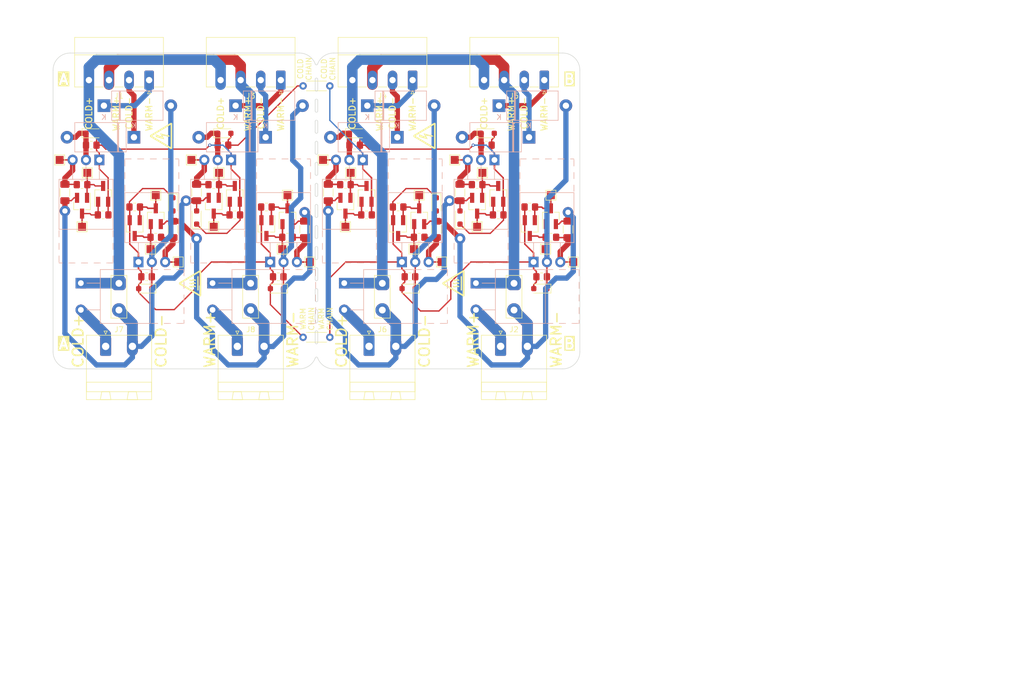
<source format=kicad_pcb>
(kicad_pcb (version 20221018) (generator pcbnew)
  (layers (0 "F.Cu" signal) (31 "B.Cu" signal) (34 "B.Paste" user) (35 "F.Paste" user) (36 "B.SilkS" user "B.Silkscreen") (37 "F.SilkS" user "F.Silkscreen") (38 "B.Mask" user) (39 "F.Mask" user) (44 "Edge.Cuts" user))
  (net 0 "")
  (net 1 "/Cb")
  (net 2 "/Wb")
  (net 3 "/Ca")
  (net 4 "/Ca-")
  (net 5 "/C0-")
  (net 6 "/W0-")
  (net 7 "/C1-")
  (net 8 "/W1-")
  (net 9 "/C2-")
  (net 10 "/W2-")
  (net 11 "/C3-")
  (net 12 "/W3-")
  (net 13 "/Wa")
  (net 14 "/Wa-")
  (net 15 "/Cb-")
  (net 16 "/Wb-")
  (net 17 "/Ca+")
  (net 18 "/Wa+")
  (net 19 "/Wb+")
  (net 20 "/Cb+")
  (net 21 "Net-(Q1-S)")
  (net 22 "Net-(Q2-S)")
  (net 23 "Net-(Q3-S)")
  (net 24 "Net-(Q4-S)")
  (net 25 "Net-(Q5-S)")
  (net 26 "Net-(Q6-S)")
  (net 27 "Net-(Q7-S)")
  (net 28 "Net-(Q8-S)")
  (net 29 "Net-(Q17-B)")
  (net 30 "Net-(Q17-C)")
  (net 31 "Net-(Q19-B)")
  (net 32 "Net-(Q19-C)")
  (net 33 "Net-(Q21-B)")
  (net 34 "Net-(Q21-C)")
  (net 35 "Net-(Q23-B)")
  (net 36 "Net-(Q23-C)")
  (net 37 "Net-(Q25-B)")
  (net 38 "Net-(Q25-C)")
  (net 39 "Net-(Q27-B)")
  (net 40 "Net-(Q27-C)")
  (net 41 "Net-(Q29-B)")
  (net 42 "Net-(Q29-C)")
  (net 43 "Net-(Q31-B)")
  (net 44 "Net-(Q31-C)")
  (net 45 "/Ca+i")
  (net 46 "/Wa+i")
  (net 47 "/Cb+i")
  (net 48 "/Wb+i")
  (net 49 "Net-(D1-K)")
  (net 50 "Net-(D21-A)")
  (net 51 "Net-(D23-A)")
  (net 52 "Net-(D10-K)")
  (net 53 "Net-(D13-K)")
  (net 54 "Net-(D16-K)")
  (net 55 "Net-(D19-K)")
  (net 56 "Net-(D22-K)")
  (footprint "Diode_SMD:D_SOD-323_HandSoldering" (layer "F.Cu") (at 83.5 93.25 180)
    (fp_text reference "D1" hide)
    (fp_text value "1N4148")
  )
  (footprint "Package_TO_SOT_SMD:SOT-23_Handsoldering" (layer "F.Cu") (at 146.5 77.5 -90)
    (fp_text reference "Q31" hide)
    (fp_text value "Q_NPN_BEC")
  )
  (footprint "TestPoint:TestPoint_Pad_1.5x1.5mm" (layer "F.Cu") (at 122.5 71.25)
    (fp_text reference "TP28" hide)
    (fp_text value "TestPoint")
  )
  (footprint "Resistor_SMD:R_1206_3216Metric_Pad1.30x1.75mm_HandSolder" (layer "F.Cu") (at 143.25 75 -90)
    (fp_text reference "R29" hide)
    (fp_text value "R")
  )
  (footprint "MountingHole:MountingHole_3.2mm_M3_DIN965" (layer "F.Cu") (at 91 54)
    (fp_text reference "H3" hide)
    (fp_text value "MountingHole")
  )
  (footprint "Resistor_SMD:R_0805_2012Metric_Pad1.20x1.40mm_HandSolder" (layer "F.Cu") (at 133.75 91 180)
    (fp_text reference "R7" hide)
    (fp_text value "R")
  )
  (footprint "Connector_Phoenix_MSTB:PhoenixContact_MSTBA_2,5_2-G-5,08_1x02_P5.08mm_Horizontal" (layer "F.Cu") (at 150.96 104.2225)
    (fp_text reference "J2")
    (fp_text value "Screw_Terminal_01x02")
  )
  (footprint "TestPoint:TestPoint_Pad_1.5x1.5mm" (layer "F.Cu") (at 117.25 68.805)
    (fp_text reference "TP29" hide)
    (fp_text value "TestPoint")
  )
  (footprint "Package_TO_SOT_SMD:SOT-23_Handsoldering" (layer "F.Cu") (at 75.5 75.25 90)
    (fp_text reference "Q26" hide)
    (fp_text value "Q_PNP_BEC")
  )
  (footprint "Resistor_SMD:R_0805_2012Metric_Pad1.20x1.40mm_HandSolder" (layer "F.Cu") (at 160.5 83.5 180)
    (fp_text reference "R30" hide)
    (fp_text value "R")
  )
  (footprint "TestPoint:TestPoint_Pad_1.5x1.5mm" (layer "F.Cu") (at 92.25 68.805)
    (fp_text reference "TP26" hide)
    (fp_text value "TestPoint")
  )
  (footprint "Resistor_SMD:R_0805_2012Metric_Pad1.20x1.40mm_HandSolder" (layer "F.Cu") (at 135.5 83.5 180)
    (fp_text reference "R24" hide)
    (fp_text value "R")
  )
  (footprint "Resistor_SMD:R_0805_2012Metric_Pad1.20x1.40mm_HandSolder" (layer "F.Cu") (at 108.75 91 180)
    (fp_text reference "R4" hide)
    (fp_text value "R")
  )
  (footprint "Package_TO_SOT_SMD:SOT-23_Handsoldering" (layer "F.Cu") (at 160.5 79.5 90)
    (fp_text reference "Q23" hide)
    (fp_text value "Q_NPN_BEC")
  )
  (footprint "Resistor_SMD:R_1206_3216Metric_Pad1.30x1.75mm_HandSolder" (layer "F.Cu") (at 118.25 75 -90)
    (fp_text reference "R26" hide)
    (fp_text value "R")
  )
  (footprint "Package_TO_SOT_SMD:SOT-23_Handsoldering" (layer "F.Cu") (at 85.5 79.5 90)
    (fp_text reference "Q17" hide)
    (fp_text value "Q_NPN_BEC")
  )
  (footprint "Resistor_SMD:R_1206_3216Metric_Pad1.30x1.75mm_HandSolder" (layer "F.Cu") (at 113.75 82 90)
    (fp_text reference "R5" hide)
    (fp_text value "R")
  )
  (footprint "TestPoint:TestPoint_2Pads_Pitch5.08mm_Drill1.3mm" (layer "F.Cu") (at 153.5 92.25 -90)
    (fp_text reference "TP8" hide)
    (fp_text value "TestPoint_2Pole")
  )
  (footprint "Resistor_SMD:R_0805_2012Metric_Pad1.20x1.40mm_HandSolder" (layer "F.Cu") (at 106.5 77.75)
    (fp_text reference "R9" hide)
    (fp_text value "R")
  )
  (footprint "prj_lib:Logo_silk_hot_5x4.2mm" (layer "F.Cu") (at 92 92.25 90)
    (fp_text reference "SYM1" hide)
    (fp_text value "SYM_Hot_Small" hide)
  )
  (footprint "Resistor_SMD:R_0805_2012Metric_Pad1.20x1.40mm_HandSolder" (layer "F.Cu") (at 83.75 91 180)
    (fp_text reference "R1" hide)
    (fp_text value "R")
  )
  (footprint "Diode_SMD:D_SOD-323_HandSoldering" (layer "F.Cu") (at 143.25 79.75 90)
    (fp_text reference "D3" hide)
    (fp_text value "D_Zener")
  )
  (footprint "TestPoint:TestPoint_Pad_1.5x1.5mm" (layer "F.Cu") (at 142.25 68.805)
    (fp_text reference "TP32" hide)
    (fp_text value "TestPoint")
  )
  (footprint "TestPoint:TestPoint_Pad_1.5x1.5mm" (layer "F.Cu") (at 160.5 75.5)
    (fp_text reference "TP18" hide)
    (fp_text value "TestPoint")
  )
  (footprint "TestPoint:TestPoint_Pad_1.5x1.5mm" (layer "F.Cu") (at 159.5 85.75)
    (fp_text reference "TP19" hide)
    (fp_text value "TestPoint")
  )
  (footprint "Resistor_SMD:R_0805_2012Metric_Pad1.20x1.40mm_HandSolder" (layer "F.Cu") (at 121.5 73.5)
    (fp_text reference "R36" hide)
    (fp_text value "R")
  )
  (footprint "Package_TO_SOT_SMD:SOT-23_Handsoldering" (layer "F.Cu") (at 135.5 79.5 90)
    (fp_text reference "Q21" hide)
    (fp_text value "Q_NPN_BEC")
  )
  (footprint "Diode_SMD:D_SOD-323_HandSoldering" (layer "F.Cu") (at 138.75 77.25 -90)
    (fp_text reference "D6" hide)
    (fp_text value "D_Zener")
  )
  (footprint "MountingHole:MountingHole_3.2mm_M3_DIN965" (layer "F.Cu") (at 141 54)
    (fp_text reference "H4" hide)
    (fp_text value "MountingHole")
  )
  (footprint "TestPoint:TestPoint_2Pads_Pitch5.08mm_Drill1.3mm" (layer "F.Cu") (at 78.5 92.25 -90)
    (fp_text reference "TP5" hide)
    (fp_text value "TestPoint_2Pole")
  )
  (footprint "MountingHole:MountingHole_3.2mm_M3_DIN965" (layer "F.Cu") (at 141 103)
    (fp_text reference "H2" hide)
    (fp_text value "MountingHole")
  )
  (footprint "Package_TO_SOT_SMD:SOT-23_Handsoldering" (layer "F.Cu") (at 110.5 79.5 90)
    (fp_text reference "Q19" hide)
    (fp_text value "Q_NPN_BEC")
  )
  (footprint "Resistor_SMD:R_0805_2012Metric_Pad1.20x1.40mm_HandSolder" (layer "F.Cu") (at 100.5 79.25 180)
    (fp_text reference "R33" hide)
    (fp_text value "R")
  )
  (footprint "Package_TO_SOT_SMD:SOT-23_Handsoldering" (layer "F.Cu") (at 150.5 75.25 90)
    (fp_text reference "Q32" hide)
    (fp_text value "Q_PNP_BEC")
  )
  (footprint "TestPoint:TestPoint_Pad_1.5x1.5mm" (layer "F.Cu") (at 134.5 85.75)
    (fp_text reference "TP16" hide)
    (fp_text value "TestPoint")
  )
  (footprint "Resistor_SMD:R_0805_2012Metric_Pad1.20x1.40mm_HandSolder" (layer "F.Cu") (at 75.5 79.25 180)
    (fp_text reference "R31" hide)
    (fp_text value "R")
  )
  (footprint "Diode_SMD:D_SOD-323_HandSoldering" (layer "F.Cu") (at 123.5 63.75)
    (fp_text reference "D19" hide)
    (fp_text value "1N4148")
  )
  (footprint "TestPoint:TestPoint_Pad_1.5x1.5mm" (layer "F.Cu") (at 109.5 85.75)
    (fp_text reference "TP13" hide)
    (fp_text value "TestPoint")
  )
  (footprint "Resistor_SMD:R_0805_2012Metric_Pad1.20x1.40mm_HandSolder" (layer "F.Cu") (at 131.5 77.75)
    (fp_text reference "R21" hide)
    (fp_text value "R")
  )
  (footprint "TestPoint:TestPoint_Pad_1.5x1.5mm" (layer "F.Cu") (at 84.5 85.75)
    (fp_text reference "TP10" hide)
    (fp_text value "TestPoint")
  )
  (footprint "Package_TO_SOT_SMD:SOT-23_Handsoldering" (layer "F.Cu") (at 100.5 75.25 90)
    (fp_text reference "Q28" hide)
    (fp_text value "Q_PNP_BEC")
  )
  (footprint "Package_TO_SOT_SMD:SOT-23_Handsoldering" (layer "F.Cu") (at 121.5 77.5 -90)
    (fp_text reference "Q29" hide)
    (fp_text value "Q_NPN_BEC")
  )
  (footprint "TestPoint:TestPoint_Pad_1.5x1.5mm" (layer "F.Cu") (at 121.5 81.5)
    (fp_text reference "TP27" hide)
    (fp_text value "TestPoint")
  )
  (footprint "Resistor_SMD:R_0805_2012Metric_Pad1.20x1.40mm_HandSolder" (layer "F.Cu") (at 150.5 79.25 180)
    (fp_text reference "R37" hide)
    (fp_text value "R")
  )
  (footprint "Diode_SMD:D_SOD-323_HandSoldering" (layer "F.Cu") (at 88.75 77.25 -90)
    (fp_text reference "D5" hide)
    (fp_text value "D_Zener")
  )
  (footprint "TestPoint:TestPoint_Pad_1.5x1.5mm" (layer "F.Cu") (at 110.5 75.5)
    (fp_text reference "TP12" hide)
    (fp_text value "TestPoint")
  )
  (footprint "Connector_Phoenix_MSTB:PhoenixContact_MSTBA_2,5_2-G-5,08_1x02_P5.08mm_Horizontal" (layer "F.Cu") (at 125.98 104.2225)
    (fp_text reference "J6")
    (fp_text value "Screw_Terminal_01x02")
  )
  (footprint "Resistor_SMD:R_0805_2012Metric_Pad1.20x1.40mm_HandSolder" (layer "F.Cu") (at 156.5 77.75)
    (fp_text reference "R27" hide)
    (fp_text value "R")
  )
  (footprint "w_logo:Logo_silk_high_voltage_5x4.2mm" (layer "F.Cu") (at 86.5 64.25 90)
    (fp_text reference "SYM2" hide)
    (fp_text value "SYM_Flash_Small" hide)
  )
  (footprint "Connector_Phoenix_MSTB:PhoenixContact_MSTBA_2,5_2-G-5,08_1x02_P5.08mm_Horizontal" (layer "F.Cu") (at 100.98 104.2225)
    (fp_text reference "J8")
    (fp_text value "Screw_Terminal_01x02")
  )
  (footprint "Diode_SMD:D_SOD-323_HandSoldering" (layer "F.Cu") (at 108.5 93.25 180)
    (fp_text reference "D4" hide)
    (fp_text value "1N4148")
  )
  (footprint "Resistor_SMD:R_1206_3216Metric_Pad1.30x1.75mm_HandSolder" (layer "F.Cu") (at 93.25 75 -90)
    (fp_text reference "R23" hide)
    (fp_text value "R")
  )
  (footprint "Resistor_SMD:R_0805_2012Metric_Pad1.20x1.40mm_HandSolder" (layer "F.Cu") (at 125.5 79.25 180)
    (fp_text reference "R35" hide)
    (fp_text value "R")
  )
  (footprint "TestPoint:TestPoint_Pad_1.5x1.5mm" (layer "F.Cu") (at 146.5 81.5)
    (fp_text reference "TP30" hide)
    (fp_text value "TestPoint")
  )
  (footprint "Resistor_SMD:R_0805_2012Metric_Pad1.20x1.40mm_HandSolder" (layer "F.Cu") (at 73.25 66)
    (fp_text reference "R19" hide)
    (fp_text value "R")
  )
  (footprint "Resistor_SMD:R_1206_3216Metric_Pad1.30x1.75mm_HandSolder" (layer "F.Cu") (at 138.75 82 90)
    (fp_text reference "R8" hide)
    (fp_text value "R")
  )
  (footprint "Resistor_SMD:R_0805_2012Metric_Pad1.20x1.40mm_HandSolder" (layer "F.Cu") (at 146.5 73.5)
    (fp_text reference "R38" hide)
    (fp_text value "R")
  )
  (footprint "Package_TO_SOT_SMD:SOT-23_Handsoldering" (layer "F.Cu") (at 71.5 77.5 -90)
    (fp_text reference "Q25" hide)
    (fp_text value "Q_NPN_BEC")
  )
  (footprint "Resistor_SMD:R_0805_2012Metric_Pad1.20x1.40mm_HandSolder" (layer "F.Cu") (at 71.5 73.5)
    (fp_text reference "R32" hide)
    (fp_text value "R")
  )
  (footprint "Resistor_SMD:R_1206_3216Metric_Pad1.30x1.75mm_HandSolder" (layer "F.Cu") (at 163.75 82 90)
    (fp_text reference "R11" hide)
    (fp_text value "R")
  )
  (footprint "Diode_SMD:D_SOD-323_HandSoldering" (layer "F.Cu") (at 93.25 79.75 90)
    (fp_text reference "D2" hide)
    (fp_text value "D_Zener")
  )
  (footprint "Diode_SMD:D_SOD-323_HandSoldering" (layer "F.Cu") (at 73.5 63.75)
    (fp_text reference "D13" hide)
    (fp_text value "1N4148")
  )
  (footprint "Connector_Phoenix_MC:PhoenixContact_MC_1,5_4-G-3.81_1x04_P3.81mm_Horizontal" (layer "F.Cu") (at 84.2325 53.6425 180)
    (fp_text reference "J1")
    (fp_text value "Screw_Terminal_01x04")
  )
  (footprint "TestPoint:TestPoint_Pad_1.5x1.5mm" (layer "F.Cu") (at 139.75 88.195)
    (fp_text reference "TP17" hide)
    (fp_text value "TestPoint")
  )
  (footprint "TestPoint:TestPoint_Pad_1.5x1.5mm" (layer "F.Cu") (at 96.5 81.5)
    (fp_text reference "TP24" hide)
    (fp_text value "TestPoint")
  )
  (footprint "Connector_Phoenix_MC:PhoenixContact_MC_1,5_4-G-3.81_1x04_P3.81mm_Horizontal" (layer "F.Cu") (at 159.25 53.6425 180)
    (fp_text reference "J5")
    (fp_text value "Screw_Terminal_01x04")
  )
  (footprint "Connector_Phoenix_MC:PhoenixContact_MC_1,5_4-G-3.81_1x04_P3.81mm_Horizontal" (layer "F.Cu") (at 134.25 53.6425 180)
    (fp_text reference "J4")
    (fp_text value "Screw_Terminal_01x04")
  )
  (footprint "Package_TO_SOT_SMD:SOT-23_Handsoldering" (layer "F.Cu") (at 96.5 77.5 -90)
    (fp_text reference "Q27" hide)
    (fp_text value "Q_NPN_BEC")
  )
  (footprint "TestPoint:TestPoint_Pad_1.5x1.5mm" (layer "F.Cu") (at 114.75 88.195)
    (fp_text reference "TP14" hide)
    (fp_text value "TestPoint")
  )
  (footprint "Package_TO_SOT_SMD:SOT-23_Handsoldering" (layer "F.Cu") (at 81.5 81.75 -90)
    (fp_text reference "Q18" hide)
    (fp_text value "Q_PNP_BEC")
  )
  (footprint "TestPoint:TestPoint_Pad_1.5x1.5mm" (layer "F.Cu") (at 135.5 75.5)
    (fp_text reference "TP15" hide)
    (fp_text value "TestPoint")
  )
  (footprint "Package_TO_SOT_SMD:SOT-23_Handsoldering" (layer "F.Cu") (at 131.5 81.75 -90)
    (fp_text reference "Q22" hide)
    (fp_text value "Q_PNP_BEC")
  )
  (footprint "TestPoint:TestPoint_Pad_1.5x1.5mm" (layer "F.Cu") (at 164.75 88.195)
    (fp_text reference "TP20" hide)
    (fp_text value "TestPoint")
  )
  (footprint "TestPoint:TestPoint_Pad_1.5x1.5mm" (layer "F.Cu") (at 147.5 71.25)
    (fp_text reference "TP31" hide)
    (fp_text value "TestPoint")
  )
  (footprint "TestPoint:TestPoint_Pad_1.5x1.5mm" (layer "F.Cu") (at 89.75 88.195)
    (fp_text reference "TP11" hide)
    (fp_text value "TestPoint")
  )
  (footprint "Resistor_SMD:R_0805_2012Metric_Pad1.20x1.40mm_HandSolder" (layer "F.Cu") (at 110.5 83.5 180)
    (fp_text reference "R12" hide)
    (fp_text value "R")
  )
  (footprint "TestPoint:TestPoint_Pad_1.5x1.5mm" (layer "F.Cu") (at 72.5 71.25)
    (fp_text reference "TP22" hide)
    (fp_text value "TestPoint")
  )
  (footprint "Package_TO_SOT_SMD:SOT-23_Handsoldering" (layer "F.Cu") (at 125.5 75.25 90)
    (fp_text reference "Q30" hide)
    (fp_text value "Q_PNP_BEC")
  )
  (footprint "Resistor_THT:R_Axial_DIN0204_L3.6mm_D1.6mm_P5.08mm_Horizontal" (layer "F.Cu") (at 113.46 102.5)
    (fp_text reference "R18" hide)
    (fp_text value "R")
  )
  (footprint "Package_TO_SOT_SMD:SOT-23_Handsoldering" (layer "F.Cu") (at 106.5 81.75 -90)
    (fp_text reference "Q20" hide)
    (fp_text value "Q_PNP_BEC")
  )
  (footprint "Diode_SMD:D_SOD-323_HandSoldering" (layer "F.Cu") (at 133.5 93.25 180)
    (fp_text reference "D7" hide)
    (fp_text value "1N4148")
  )
  (footprint "TestPoint:TestPoint_2Pads_Pitch5.08mm_Drill1.3mm" (layer "F.Cu") (at 103.5 92.25 -90)
    (fp_text reference "TP7" hide)
    (fp_text value "TestPoint_2Pole")
  )
  (footprint "prj_lib:Logo_silk_hot_5x4.2mm" (layer "F.Cu") (at 142 92.25 90)
    (fp_text reference "SYM3" hide)
    (fp_text value "SYM_Hot_Small" hide)
  )
  (footprint "Resistor_SMD:R_0805_2012Metric_Pad1.20x1.40mm_HandSolder" (layer "F.Cu") (at 81.5 77.75)
    (fp_text reference "R3" hide)
    (fp_text value "R")
  )
  (footprint "Resistor_SMD:R_0805_2012Metric_Pad1.20x1.40mm_HandSolder" (layer "F.Cu") (at 148.25 66)
    (fp_text reference "R28" hide)
    (fp_text value "R")
  )
  (footprint "Package_TO_SOT_SMD:SOT-23_Handsoldering" (layer "F.Cu") (at 156.5 81.75 -90)
    (fp_text reference "Q24" hide)
    (fp_text value "Q_PNP_BEC")
  )
  (footprint "w_logo:Logo_silk_high_voltage_5x4.2mm" (layer "F.Cu") (at 136.5 64.25 90)
    (fp_text reference "SYM4" hide)
    (fp_text value "SYM_Flash_Small" hide)
  )
  (footprint "Resistor_SMD:R_0805_2012Metric_Pad1.20x1.40mm_HandSolder" (layer "F.Cu") (at 96.5 73.5)
    (fp_text reference "R34" hide)
    (fp_text value "R")
  )
  (footprint "Connector_Phoenix_MSTB:PhoenixContact_MSTBA_2,5_2-G-5,08_1x02_P5.08mm_Horizontal" (layer "F.Cu") (at 75.98 104.2225)
    (fp_text reference "J7")
    (fp_text value "Screw_Terminal_01x02")
  )
  (footprint "Diode_SMD:D_SOD-323_HandSoldering" (layer "F.Cu") (at 158.5 93.25 180)
    (fp_text reference "D10" hide)
    (fp_text value "1N4148")
  )
  (footprint "Resistor_THT:R_Axial_DIN0204_L3.6mm_D1.6mm_P5.08mm_Horizontal" (layer "F.Cu") (at 113.46 54.75)
    (fp_text reference "R17" hide)
    (fp_text value "R")
  )
  (footprint "Resistor_SMD:R_1206_3216Metric_Pad1.30x1.75mm_HandSolder" (layer "F.Cu") (at 68.25 75 -90)
    (fp_text reference "R20" hide)
    (fp_text value "R")
  )
  (footprint "Resistor_SMD:R_1206_3216Metric_Pad1.30x1.75mm_HandSolder" (layer "F.Cu") (at 88.75 82 90)
    (fp_text reference "R2" hide)
    (fp_text value "R")
  )
  (footprint "Resistor_SMD:R_0805_2012Metric_Pad1.20x1.40mm_HandSolder" (layer "F.Cu") (at 158.75 91 180)
    (fp_text reference "R10" hide)
    (fp_text value "R")
  )
  (footprint "TestPoint:TestPoint_Pad_1.5x1.5mm" (layer "F.Cu") (at 97.5 71.25)
    (fp_text reference "TP25" hide)
    (fp_text value "TestPoint")
  )
  (footprint "Diode_SMD:D_SOD-323_HandSoldering" (layer "F.Cu") (at 98.5 63.75)
    (fp_text reference "D16" hide)
    (fp_text value "1N4148")
  )
  (footprint "TestPoint:TestPoint_2Pads_Pitch5.08mm_Drill1.3mm" (layer "F.Cu") (at 128.5 92.25 -90)
    (fp_text reference "TP6" hide)
    (fp_text value "TestPoint_2Pole")
  )
  (footprint "Resistor_SMD:R_0805_2012Metric_Pad1.20x1.40mm_HandSolder" (layer "F.Cu") (at 123.25 66)
    (fp_text reference "R25" hide)
    (fp_text value "R")
  )
  (footprint "Diode_SMD:D_SOD-323_HandSoldering" (layer "F.Cu") (at 148.5 63.75)
    (fp_text reference "D22" hide)
    (fp_text value "1N4148")
  )
  (footprint "Connector_Phoenix_MC:PhoenixContact_MC_1,5_4-G-3.81_1x04_P3.81mm_Horizontal" (layer "F.Cu") (at 109.2325 53.6425 180)
    (fp_text reference "J3")
    (fp_text value "Screw_Terminal_01x04")
  )
  (footprint "TestPoint:TestPoint_Pad_1.5x1.5mm" (layer "F.Cu") (at 67.25 68.805)
    (fp_text reference "TP23" hide)
    (fp_text value "TestPoint")
  )
  (footprint "Resistor_SMD:R_0805_2012Metric_Pad1.20x1.40mm_HandSolder" (layer "F.Cu") (at 85.5 83.5 180)
    (fp_text reference "R6" hide)
    (fp_text value "R")
  )
  (footprint "TestPoint:TestPoint_Pad_1.5x1.5mm" (layer "F.Cu") (at 71.5 81.5)
    (fp_text reference "TP21" hide)
    (fp_text value "TestPoint")
  )
  (footprint "Resistor_SMD:R_0805_2012Metric_Pad1.20x1.40mm_HandSolder" (layer "F.Cu") (at 98.25 66)
    (fp_text reference "R22" hide)
    (fp_text value "R")
  )
  (footprint "TestPoint:TestPoint_Pad_1.5x1.5mm" (layer "F.Cu") (at 85.5 75.5)
    (fp_text reference "TP9" hide)
    (fp_text value "TestPoint")
  )
  (footprint "MountingHole:MountingHole_3.2mm_M3_DIN965" (layer "F.Cu") (at 91 103)
    (fp_text reference "H1" hide)
    (fp_text value "MountingHole")
  )
  (footprint "Package_TO_SOT_THT:TO-220-2_Horizontal_TabUp" (layer "B.Cu") (at 146.27 92.21 -90)
    (fp_text reference "TH4" hide)
    (fp_text value "Thermistor")
  )
  (footprint "Package_TO_SOT_THT:TO-220-3_Horizontal_TabUp" (layer "B.Cu") (at 99.79 68.805 180)
    (fp_text reference "Q6" hide)
    (fp_text value "Q_NMOS_GDS")
  )
  (footprint "Diode_THT:D_DO-27_P12.70mm_Horizontal" (layer "B.Cu") (at 150.65 58.5)
    (fp_text reference "D24" hide)
    (fp_text value "1N5333B")
  )
  (footprint "Diode_THT:D_DO-27_P12.70mm_Horizontal" (layer "B.Cu") (at 75.65 58.5)
    (fp_text reference "D20" hide)
    (fp_text value "1N5333B")
  )
  (footprint "Diode_THT:D_DO-27_P12.70mm_Horizontal" (layer "B.Cu") (at 81.35 64.5 180)
    (fp_text reference "D25" hide)
    (fp_text value "1N5333B")
  )
  (footprint "Package_TO_SOT_THT:TO-220-2_Horizontal_TabUp" (layer "B.Cu") (at 121.27 92.21 -90)
    (fp_text reference "TH3" hide)
    (fp_text value "Thermistor")
  )
  (footprint "Diode_THT:D_DO-27_P12.70mm_Horizontal" (layer "B.Cu") (at 156.35 64.5 180)
    (fp_text reference "D28" hide)
    (fp_text value "1N5333B")
  )
  (footprint "Package_TO_SOT_THT:TO-220-3_Horizontal_TabUp" (layer "B.Cu") (at 82.21 88.195)
    (fp_text reference "Q1" hide)
    (fp_text value "Q_NMOS_GDS")
  )
  (footprint "Package_TO_SOT_THT:TO-220-3_Horizontal_TabUp" (layer "B.Cu") (at 107.21 88.195)
    (fp_text reference "Q2" hide)
    (fp_text value "Q_NMOS_GDS")
  )
  (footprint "Package_TO_SOT_THT:TO-220-3_Horizontal_TabUp" (layer "B.Cu") (at 132.21 88.195)
    (fp_text reference "Q3" hide)
    (fp_text value "Q_NMOS_GDS")
  )
  (footprint "Package_TO_SOT_THT:TO-220-2_Horizontal_TabUp" (layer "B.Cu") (at 71.27 92.21 -90)
    (fp_text reference "TH1" hide)
    (fp_text value "Thermistor")
  )
  (footprint "Package_TO_SOT_THT:TO-220-3_Horizontal_TabUp" (layer "B.Cu") (at 157.21 88.195)
    (fp_text reference "Q4" hide)
    (fp_text value "Q_NMOS_GDS")
  )
  (footprint "Package_TO_SOT_THT:TO-220-3_Horizontal_TabUp" (layer "B.Cu") (at 124.79 68.805 180)
    (fp_text reference "Q7" hide)
    (fp_text value "Q_NMOS_GDS")
  )
  (footprint "Package_TO_SOT_THT:TO-220-3_Horizontal_TabUp" (layer "B.Cu") (at 74.79 68.805 180)
    (fp_text reference "Q5" hide)
    (fp_text value "Q_NMOS_GDS")
  )
  (footprint "Diode_THT:D_DO-27_P12.70mm_Horizontal" (layer "B.Cu") (at 106.35 64.5 180)
    (fp_text reference "D26" hide)
    (fp_text value "1N5333B")
  )
  (footprint "Package_TO_SOT_THT:TO-220-3_Horizontal_TabUp" (layer "B.Cu") (at 149.79 68.805 180)
    (fp_text reference "Q8" hide)
    (fp_text value "Q_NMOS_GDS")
  )
  (footprint "Diode_THT:D_DO-27_P12.70mm_Horizontal" (layer "B.Cu") (at 125.65 58.5)
    (fp_text reference "D23" hide)
    (fp_text value "1N5333B")
  )
  (footprint "Diode_THT:D_DO-27_P12.70mm_Horizontal" (layer "B.Cu") (at 131.35 64.5 180)
    (fp_text reference "D27" hide)
    (fp_text value "1N5333B")
  )
  (footprint "Diode_THT:D_DO-27_P12.70mm_Horizontal" (layer "B.Cu") (at 100.65 58.5)
    (fp_text reference "D21" hide)
    (fp_text value "1N5333B")
  )
  (footprint "Package_TO_SOT_THT:TO-220-2_Horizontal_TabUp" (layer "B.Cu") (at 96.27 92.21 -90)
    (fp_text reference "TH2" hide)
    (fp_text value "Thermistor")
  )
  (gr_line (start 115.75 87.5) (end 115.75 85.5) (stroke (width 0.1)) (layer "Edge.Cuts"))
  (gr_arc (start 115.75 89.5) (mid 116 89.25) (end 116.25 89.5) (stroke (width 0.1)) (layer "Edge.Cuts"))
  (gr_arc (start 115.75 106.5) (mid 114.552776 107.954163) (end 112.75 108.5) (stroke (width 0.1)) (layer "Edge.Cuts"))
  (gr_arc (start 166 105.25) (mid 165.048097 107.548097) (end 162.75 108.5) (stroke (width 0.1)) (layer "Edge.Cuts"))
  (gr_line (start 116.25 85.5) (end 116.25 87.5) (stroke (width 0.1)) (layer "Edge.Cuts"))
  (gr_line (start 166 105.25) (end 166 51.75) (stroke (width 0.1)) (layer "Edge.Cuts"))
  (gr_line (start 116.25 65.5) (end 116.25 67.5) (stroke (width 0.1)) (layer "Edge.Cuts"))
  (gr_arc (start 116.25 50.5) (mid 116 50.75) (end 115.75 50.5) (stroke (width 0.1)) (layer "Edge.Cuts"))
  (gr_line (start 69.25 108.5) (end 112.75 108.5) (stroke (width 0.1)) (layer "Edge.Cuts"))
  (gr_line (start 116.25 101.5) (end 116.25 103.5) (stroke (width 0.1)) (layer "Edge.Cuts"))
  (gr_arc (start 116.25 55.5) (mid 116 55.75) (end 115.75 55.5) (stroke (width 0.1)) (layer "Edge.Cuts"))
  (gr_line (start 115.75 91.5) (end 115.75 89.5) (stroke (width 0.1)) (layer "Edge.Cuts"))
  (gr_arc (start 115.75 97.5) (mid 116 97.25) (end 116.25 97.5) (stroke (width 0.1)) (layer "Edge.Cuts"))
  (gr_arc (start 116.25 87.5) (mid 116 87.75) (end 115.75 87.5) (stroke (width 0.1)) (layer "Edge.Cuts"))
  (gr_arc (start 115.75 73.5) (mid 116 73.25) (end 116.25 73.5) (stroke (width 0.1)) (layer "Edge.Cuts"))
  (gr_line (start 116.25 81.5) (end 116.25 83.5) (stroke (width 0.1)) (layer "Edge.Cuts"))
  (gr_arc (start 115.75 61.5) (mid 116 61.25) (end 116.25 61.5) (stroke (width 0.1)) (layer "Edge.Cuts"))
  (gr_arc (start 116.25 75.5) (mid 116 75.75) (end 115.75 75.5) (stroke (width 0.1)) (layer "Edge.Cuts"))
  (gr_arc (start 115.75 69.5) (mid 116 69.25) (end 116.25 69.5) (stroke (width 0.1)) (layer "Edge.Cuts"))
  (gr_arc (start 115.75 101.5) (mid 116 101.25) (end 116.25 101.5) (stroke (width 0.1)) (layer "Edge.Cuts"))
  (gr_line (start 115.75 83.5) (end 115.75 81.5) (stroke (width 0.1)) (layer "Edge.Cuts"))
  (gr_line (start 119.25 48.5) (end 162.75 48.5) (stroke (width 0.1)) (layer "Edge.Cuts"))
  (gr_arc (start 116.25 50.5) (mid 117.447224 49.045837) (end 119.25 48.5) (stroke (width 0.1)) (layer "Edge.Cuts"))
  (gr_arc (start 115.75 53.5) (mid 116 53.25) (end 116.25 53.5) (stroke (width 0.1)) (layer "Edge.Cuts"))
  (gr_arc (start 115.75 106.5) (mid 116 106.25) (end 116.25 106.5) (stroke (width 0.1)) (layer "Edge.Cuts"))
  (gr_arc (start 116.25 59.5) (mid 116 59.75) (end 115.75 59.5) (stroke (width 0.1)) (layer "Edge.Cuts"))
  (gr_arc (start 116.25 91.5) (mid 116 91.75) (end 115.75 91.5) (stroke (width 0.1)) (layer "Edge.Cuts"))
  (gr_line (start 116.25 73.5) (end 116.25 75.5) (stroke (width 0.1)) (layer "Edge.Cuts"))
  (gr_arc (start 115.75 77.5) (mid 116 77.25) (end 116.25 77.5) (stroke (width 0.1)) (layer "Edge.Cuts"))
  (gr_line (start 115.75 59.5) (end 115.75 57.5) (stroke (width 0.1)) (layer "Edge.Cuts"))
  (gr_line (start 116.25 97.5) (end 116.25 99.5) (stroke (width 0.1)) (layer "Edge.Cuts"))
  (gr_arc (start 162.75 48.5) (mid 165.048097 49.451903) (end 166 51.75) (stroke (width 0.1)) (layer "Edge.Cuts"))
  (gr_line (start 116.25 69.5) (end 116.25 71.5) (stroke (width 0.1)) (layer "Edge.Cuts"))
  (gr_line (start 115.75 67.5) (end 115.75 65.5) (stroke (width 0.1)) (layer "Edge.Cuts"))
  (gr_line (start 116.25 93.5) (end 116.25 95.5) (stroke (width 0.1)) (layer "Edge.Cuts"))
  (gr_arc (start 116.25 67.5) (mid 116 67.75) (end 115.75 67.5) (stroke (width 0.1)) (layer "Edge.Cuts"))
  (gr_line (start 112.75 48.5) (end 69.25 48.5) (stroke (width 0.1)) (layer "Edge.Cuts"))
  (gr_line (start 116.25 57.5) (end 116.25 59.5) (stroke (width 0.1)) (layer "Edge.Cuts"))
  (gr_arc (start 115.75 93.5) (mid 116 93.25) (end 116.25 93.5) (stroke (width 0.1)) (layer "Edge.Cuts"))
  (gr_arc (start 115.75 81.5) (mid 116 81.25) (end 116.25 81.5) (stroke (width 0.1)) (layer "Edge.Cuts"))
  (gr_arc (start 66 51.75) (mid 66.951903 49.451903) (end 69.25 48.5) (stroke (width 0.1)) (layer "Edge.Cuts"))
  (gr_arc (start 116.25 79.5) (mid 116 79.75) (end 115.75 79.5) (stroke (width 0.1)) (layer "Edge.Cuts"))
  (gr_arc (start 69.25 108.5) (mid 66.951903 107.548097) (end 66 105.25) (stroke (width 0.1)) (layer "Edge.Cuts"))
  (gr_arc (start 112.75 48.5) (mid 114.552776 49.045837) (end 115.75 50.5) (stroke (width 0.1)) (layer "Edge.Cuts"))
  (gr_line (start 115.75 79.5) (end 115.75 77.5) (stroke (width 0.1)) (layer "Edge.Cuts"))
  (gr_arc (start 115.75 57.5) (mid 116 57.25) (end 116.25 57.5) (stroke (width 0.1)) (layer "Edge.Cuts"))
  (gr_line (start 115.75 63.5) (end 115.75 61.5) (stroke (width 0.1)) (layer "Edge.Cuts"))
  (gr_line (start 115.75 55.5) (end 115.75 53.5) (stroke (width 0.1)) (layer "Edge.Cuts"))
  (gr_arc (start 116.25 95.5) (mid 116 95.75) (end 115.75 95.5) (stroke (width 0.1)) (layer "Edge.Cuts"))
  (gr_arc (start 116.25 103.5) (mid 116 103.75) (end 115.75 103.5) (stroke (width 0.1)) (layer "Edge.Cuts"))
  (gr_line (start 115.75 95.5) (end 115.75 93.5) (stroke (width 0.1)) (layer "Edge.Cuts"))
  (gr_line (start 115.75 71.5) (end 115.75 69.5) (stroke (width 0.1)) (layer "Edge.Cuts"))
  (gr_arc (start 116.25 83.5) (mid 116 83.75) (end 115.75 83.5) (stroke (width 0.1)) (layer "Edge.Cuts"))
  (gr_line (start 115.75 99.5) (end 115.75 97.5) (stroke (width 0.1)) (layer "Edge.Cuts"))
  (gr_line (start 116.25 53.5) (end 116.25 55.5) (stroke (width 0.1)) (layer "Edge.Cuts"))
  (gr_line (start 116.25 61.5) (end 116.25 63.5) (stroke (width 0.1)) (layer "Edge.Cuts"))
  (gr_line (start 66 51.75) (end 66 105.25) (stroke (width 0.1)) (layer "Edge.Cuts"))
  (gr_arc (start 119.25 108.5) (mid 117.447225 107.954163) (end 116.25 106.5) (stroke (width 0.1)) (layer "Edge.Cuts"))
  (gr_line (start 116.25 89.5) (end 116.25 91.5) (stroke (width 0.1)) (layer "Edge.Cuts"))
  (gr_line (start 115.75 75.5) (end 115.75 73.5) (stroke (width 0.1)) (layer "Edge.Cuts"))
  (gr_arc (start 115.75 65.5) (mid 116 65.25) (end 116.25 65.5) (stroke (width 0.1)) (layer "Edge.Cuts"))
  (gr_line (start 116.25 77.5) (end 116.25 79.5) (stroke (width 0.1)) (layer "Edge.Cuts"))
  (gr_arc (start 115.75 85.5) (mid 116 85.25) (end 116.25 85.5) (stroke (width 0.1)) (layer "Edge.Cuts"))
  (gr_line (start 115.75 103.5) (end 115.75 101.5) (stroke (width 0.1)) (layer "Edge.Cuts"))
  (gr_arc (start 116.25 99.5) (mid 116 99.75) (end 115.75 99.5) (stroke (width 0.1)) (layer "Edge.Cuts"))
  (gr_arc (start 116.25 71.5) (mid 116 71.75) (end 115.75 71.5) (stroke (width 0.1)) (layer "Edge.Cuts"))
  (gr_arc (start 116.25 63.5) (mid 116 63.75) (end 115.75 63.5) (stroke (width 0.1)) (layer "Edge.Cuts"))
  (gr_line (start 119.25 108.5) (end 162.75 108.5) (stroke (width 0.1)) (layer "Edge.Cuts"))
  (gr_text "COLD-" (at 155.422307 56.75 90) (layer "F.SilkS") (effects (font (size 1.2 1.2) (thickness 0.2)) (justify right)))
  (gr_text "COLD+" (at 97.802307 56.75 90) (layer "F.SilkS") (effects (font (size 1.2 1.2) (thickness 0.2)) (justify right)))
  (gr_text "A" (at 68 103.75) (layer "F.SilkS" knockout) (effects (font (size 2 2) (thickness 0.4) bold)))
  (gr_text "COLD+" (at 122.802307 56.75 90) (layer "F.SilkS") (effects (font (size 1.2 1.2) (thickness 0.2)) (justify right)))
  (gr_text "WARM-" (at 134.232307 56.75 90) (layer "F.SilkS") (effects (font (size 1.2 1.2) (thickness 0.2)) (justify right)))
  (gr_text "WARM+" (at 145.75 108.5 90) (layer "F.SilkS") (effects (font (size 2 2) (thickness 0.3)) (justify left)))
  (gr_text "B" (at 164 53.5) (layer "F.SilkS" knockout) (effects (font (size 2 2) (thickness 0.4) bold)))
  (gr_text "COLD\nCHAIN" (at 113.75 51.5 90) (layer "F.SilkS") (effects (font (size 1 1))))
  (gr_text "WARM+" (at 153 56.75 90) (layer "F.SilkS") (effects (font (size 1.2 1.2) (thickness 0.2)) (justify right)))
  (gr_text "WARM-" (at 161.5 108.5 90) (layer "F.SilkS") (effects (font (size 2 2) (thickness 0.3)) (justify left)))
  (gr_text "WARM\nCHAIN" (at 114.25 99 90) (layer "F.SilkS") (effects (font (size 1 1))))
  (gr_text "WARM-" (at 159.232307 56.75 90) (layer "F.SilkS") (effects (font (size 1.2 1.2) (thickness 0.2)) (justify right)))
  (gr_text "COLD\nCHAIN" (at 118.25 51.5 90) (layer "F.SilkS") (effects (font (size 1 1))))
  (gr_text "WARM+" (at 95.75 108.5 90) (layer "F.SilkS") (effects (font (size 2 2) (thickness 0.3)) (justify left)))
  (gr_text "COLD+" (at 120.75 108.5 90) (layer "F.SilkS") (effects (font (size 2 2) (thickness 0.3)) (justify left)))
  (gr_text "COLD-" (at 105.422307 56.75 90) (layer "F.SilkS") (effects (font (size 1.2 1.2) (thickness 0.2)) (justify right)))
  (gr_text "WARM+" (at 103 56.75 90) (layer "F.SilkS") (effects (font (size 1.2 1.2) (thickness 0.2)) (justify right)))
  (gr_text "WARM+" (at 78 56.75 90) (layer "F.SilkS") (effects (font (size 1.2 1.2) (thickness 0.2)) (justify right)))
  (gr_text "B" (at 164 103.75) (layer "F.SilkS" knockout) (effects (font (size 2 2) (thickness 0.4) bold)))
  (gr_text "WARM+" (at 128 56.75 90) (layer "F.SilkS") (effects (font (size 1.2 1.2) (thickness 0.2)) (justify right)))
  (gr_text "WARM-" (at 109.232307 56.75 90) (layer "F.SilkS") (effects (font (size 1.2 1.2) (thickness 0.2)) (justify right)))
  (gr_text "COLD+" (at 70.75 108.5 90) (layer "F.SilkS") (effects (font (size 2 2) (thickness 0.3)) (justify left)))
  (gr_text "WARM-" (at 111.5 108.5 90) (layer "F.SilkS") (effects (font (size 2 2) (thickness 0.3)) (justify left)))
  (gr_text "COLD+" (at 147.802307 56.75 90) (layer "F.SilkS") (effects (font (size 1.2 1.2) (thickness 0.2)) (justify right)))
  (gr_text "COLD-" (at 86.5 108.5 90) (layer "F.SilkS") (effects (font (size 2 2) (thickness 0.3)) (justify left)))
  (gr_text "WARM-" (at 84.232307 56.75 90) (layer "F.SilkS") (effects (font (size 1.2 1.2) (thickness 0.2)) (justify right)))
  (gr_text "COLD-" (at 130.422307 56.75 90) (layer "F.SilkS") (effects (font (size 1.2 1.2) (thickness 0.2)) (justify right)))
  (gr_text "A" (at 68 53.5) (layer "F.SilkS" knockout) (effects (font (size 2 2) (thickness 0.4) bold)))
  (gr_text "COLD-" (at 80.422307 56.75 90) (layer "F.SilkS") (effects (font (size 1.2 1.2) (thickness 0.2)) (justify right)))
  (gr_text "WARM\nCHAIN" (at 117.75 99 90) (layer "F.SilkS") (effects (font (size 1 1))))
  (gr_text "COLD+" (at 72.802307 56.75 90) (layer "F.SilkS") (effects (font (size 1.2 1.2) (thickness 0.2)) (justify right)))
  (gr_text "COLD-" (at 136.5 108.5 90) (layer "F.SilkS") (effects (font (size 2 2) (thickness 0.3)) (justify left)))
  (segment (start 124.25 66) (end 125.25 66) (width 0.25) (layer "F.Cu") (net 1))
  (segment (start 149.79 70.04) (end 149.79 68.805) (width 0.25) (layer "F.Cu") (net 1))
  (segment (start 124.79 70.04) (end 124.79 68.805) (width 0.25) (layer "F.Cu") (net 1))
  (segment (start 124.75 64.5) (end 124.75 63.75) (width 0.25) (layer "F.Cu") (net 1))
  (segment (start 145 66.75) (end 145.75 66) (width 0.25) (layer "F.Cu") (net 1))
  (segment (start 145 82.75) (end 143.25 81) (width 0.25) (layer "F.Cu") (net 1))
  (segment (start 124.79 70.54) (end 124.79 70.04) (width 0.25) (layer "F.Cu") (net 1))
  (segment (start 124.25 67) (end 124.79 67.54) (width 0.25) (layer "F.Cu") (net 1))
  (segment (start 124.25 65) (end 124.75 64.5) (width 0.25) (layer "F.Cu") (net 1))
  (segment (start 151.45 72.2) (end 149.79 70.54) (width 0.25) (layer "F.Cu") (net 1))
  (segment (start 149.79 70.54) (end 149.79 70.04) (width 0.25) (layer "F.Cu") (net 1))
  (segment (start 124.79 67.54) (end 124.79 70.04) (width 0.25) (layer "F.Cu") (net 1))
  (segment (start 124.79 70.04) (end 124.79 68.805) (width 0.25) (layer "F.Cu") (net 1))
  (segment (start 126.45 76.75) (end 126.45 79.2) (width 0.25) (layer "F.Cu") (net 1))
  (segment (start 151.45 72.2) (end 149.79 70.54) (width 0.25) (layer "F.Cu") (net 1))
  (segment (start 126.45 79.2) (end 126.5 79.25) (width 0.25) (layer "F.Cu") (net 1))
  (segment (start 151.45 76.75) (end 151.45 79.2) (width 0.25) (layer "F.Cu") (net 1))
  (segment (start 124.79 70.54) (end 124.79 70.04) (width 0.25) (layer "F.Cu") (net 1))
  (segment (start 151.45 79.2) (end 151.5 79.25) (width 0.25) (layer "F.Cu") (net 1))
  (segment (start 149.25 67) (end 149.79 67.54) (width 0.25) (layer "F.Cu") (net 1))
  (segment (start 149.25 67) (end 149.79 67.54) (width 0.25) (layer "F.Cu") (net 1))
  (segment (start 124.75 64.5) (end 124.75 63.75) (width 0.25) (layer "F.Cu") (net 1))
  (segment (start 149.25 66) (end 149.25 67) (width 0.25) (layer "F.Cu") (net 1))
  (segment (start 124.25 66) (end 124.25 67) (width 0.25) (layer "F.Cu") (net 1))
  (segment (start 149.25 65) (end 149.75 64.5) (width 0.25) (layer "F.Cu") (net 1))
  (segment (start 126.45 76.75) (end 126.45 72.2) (width 0.25) (layer "F.Cu") (net 1))
  (segment (start 126.45 76.75) (end 126.45 79.2) (width 0.25) (layer "F.Cu") (net 1))
  (segment (start 126 66.75) (end 145 66.75) (width 0.25) (layer "F.Cu") (net 1))
  (segment (start 149.75 64.5) (end 149.75 63.75) (width 0.25) (layer "F.Cu") (net 1))
  (segment (start 125.25 66) (end 126 66.75) (width 0.25) (layer "F.Cu") (net 1))
  (segment (start 149.25 66) (end 149.25 67) (width 0.25) (layer "F.Cu") (net 1))
  (segment (start 149.75 64.5) (end 149.75 63.75) (width 0.25) (layer "F.Cu") (net 1))
  (segment (start 124.25 67) (end 124.79 67.54) (width 0.25) (layer "F.Cu") (net 1))
  (segment (start 124.25 65) (end 124.75 64.5) (width 0.25) (layer "F.Cu") (net 1))
  (segment (start 151.45 76.75) (end 151.45 79.2) (width 0.25) (layer "F.Cu") (net 1))
  (segment (start 151.45 79.2) (end 151.5 79.25) (width 0.25) (layer "F.Cu") (net 1))
  (segment (start 149.25 66) (end 149.25 65) (width 0.25) (layer "F.Cu") (net 1))
  (segment (start 126.45 72.2) (end 124.79 70.54) (width 0.25) (layer "F.Cu") (net 1))
  (segment (start 151.5 80.25) (end 149 82.75) (width 0.25) (layer "F.Cu") (net 1))
  (segment (start 151.5 79.25) (end 151.5 80.25) (width 0.25) (layer "F.Cu") (net 1))
  (segment (start 126.45 76.75) (end 126.45 72.2) (width 0.25) (layer "F.Cu") (net 1))
  (segment (start 124.25 66) (end 124.25 67) (width 0.25) (layer "F.Cu") (net 1))
  (segment (start 149.25 65) (end 149.75 64.5) (width 0.25) (layer "F.Cu") (net 1))
  (segment (start 151.45 76.75) (end 151.45 72.2) (width 0.25) (layer "F.Cu") (net 1))
  (segment (start 124.25 66) (end 124.25 65) (width 0.25) (layer "F.Cu") (net 1))
  (segment (start 126.45 72.2) (end 124.79 70.54) (width 0.25) (layer "F.Cu") (net 1))
  (segment (start 149.79 70.04) (end 149.79 68.805) (width 0.25) (layer "F.Cu") (net 1))
  (segment (start 126.45 79.2) (end 126.5 79.25) (width 0.25) (layer "F.Cu") (net 1))
  (segment (start 149.79 70.54) (end 149.79 70.04) (width 0.25) (layer "F.Cu") (net 1))
  (segment (start 149.79 67.54) (end 149.79 70.04) (width 0.25) (layer "F.Cu") (net 1))
  (segment (start 124.25 66) (end 124.25 65) (width 0.25) (layer "F.Cu") (net 1))
  (segment (start 149.79 67.54) (end 149.79 70.04) (width 0.25) (layer "F.Cu") (net 1))
  (segment (start 149.25 66) (end 149.25 65) (width 0.25) (layer "F.Cu") (net 1))
  (segment (start 151.45 76.75) (end 151.45 72.2) (width 0.25) (layer "F.Cu") (net 1))
  (segment (start 149 82.75) (end 145 82.75) (width 0.25) (layer "F.Cu") (net 1))
  (segment (start 124.79 67.54) (end 124.79 70.04) (width 0.25) (layer "F.Cu") (net 1))
  (via (at 145.75 66) (size 0.6) (drill 0.3) (layers "F.Cu" "B.Cu") (net 1))
  (segment (start 149.79 67.54) (end 149.79 68.805) (width 0.25) (layer "B.Cu") (net 1))
  (segment (start 124.79 67.54) (end 118.54 61.29) (width 0.25) (layer "B.Cu") (net 1))
  (segment (start 145.75 66) (end 148.25 66) (width 0.25) (layer "B.Cu") (net 1))
  (segment (start 148.25 66) (end 149.79 67.54) (width 0.25) (layer "B.Cu") (net 1))
  (segment (start 118.54 61.29) (end 118.54 54.75) (width 0.25) (layer "B.Cu") (net 1))
  (segment (start 124.79 68.805) (end 124.79 67.54) (width 0.25) (layer "B.Cu") (net 1))
  (segment (start 145.305 88.195) (end 157.21 88.195) (width 0.25) (layer "F.Cu") (net 2))
  (segment (start 132.21 89.46) (end 132.21 86.96) (width 0.25) (layer "F.Cu") (net 2))
  (segment (start 132.21 86.96) (end 132.21 88.195) (width 0.25) (layer "F.Cu") (net 2))
  (segment (start 132.75 92) (end 132.25 92.5) (width 0.25) (layer "F.Cu") (net 2))
  (segment (start 139.25 97.5) (end 141.5 95.25) (width 0.25) (layer "F.Cu") (net 2))
  (segment (start 132.75 91) (end 132.75 92) (width 0.25) (layer "F.Cu") (net 2))
  (segment (start 132.21 86.46) (end 132.21 86.96) (width 0.25) (layer "F.Cu") (net 2))
  (segment (start 155.55 77.8) (end 155.5 77.75) (width 0.25) (layer "F.Cu") (net 2))
  (segment (start 132.75 92) (end 132.25 92.5) (width 0.25) (layer "F.Cu") (net 2))
  (segment (start 155.55 80.25) (end 155.55 77.8) (width 0.25) (layer "F.Cu") (net 2))
  (segment (start 132.75 90) (end 132.21 89.46) (width 0.25) (layer "F.Cu") (net 2))
  (segment (start 157.21 86.46) (end 157.21 86.96) (width 0.25) (layer "F.Cu") (net 2))
  (segment (start 132.75 91) (end 132.75 90) (width 0.25) (layer "F.Cu") (net 2))
  (segment (start 137 74.25) (end 138.75 76) (width 0.25) (layer "F.Cu") (net 2))
  (segment (start 130.55 80.25) (end 130.55 84.8) (width 0.25) (layer "F.Cu") (net 2))
  (segment (start 155.55 80.25) (end 155.55 84.8) (width 0.25) (layer "F.Cu") (net 2))
  (segment (start 157.75 91) (end 157.75 92) (width 0.25) (layer "F.Cu") (net 2))
  (segment (start 132.25 92.5) (end 132.25 93.25) (width 0.25) (layer "F.Cu") (net 2))
  (segment (start 141.5 92) (end 145.305 88.195) (width 0.25) (layer "F.Cu") (net 2))
  (segment (start 130.55 80.25) (end 130.55 77.8) (width 0.25) (layer "F.Cu") (net 2))
  (segment (start 157.21 89.46) (end 157.21 86.96) (width 0.25) (layer "F.Cu") (net 2))
  (segment (start 155.55 80.25) (end 155.55 77.8) (width 0.25) (layer "F.Cu") (net 2))
  (segment (start 157.21 86.46) (end 157.21 86.96) (width 0.25) (layer "F.Cu") (net 2))
  (segment (start 132.21 89.46) (end 132.21 86.96) (width 0.25) (layer "F.Cu") (net 2))
  (segment (start 130.55 77.8) (end 130.5 77.75) (width 0.25) (layer "F.Cu") (net 2))
  (segment (start 157.75 91) (end 157.75 90) (width 0.25) (layer "F.Cu") (net 2))
  (segment (start 130.5 76.75) (end 133 74.25) (width 0.25) (layer "F.Cu") (net 2))
  (segment (start 157.21 89.46) (end 157.21 86.96) (width 0.25) (layer "F.Cu") (net 2))
  (segment (start 157.21 86.96) (end 157.21 88.195) (width 0.25) (layer "F.Cu") (net 2))
  (segment (start 155.55 77.8) (end 155.5 77.75) (width 0.25) (layer "F.Cu") (net 2))
  (segment (start 132.25 92.5) (end 132.25 93.25) (width 0.25) (layer "F.Cu") (net 2))
  (segment (start 132.25 93.25) (end 132.25 94) (width 0.25) (layer "F.Cu") (net 2))
  (segment (start 157.25 92.5) (end 157.25 93.25) (width 0.25) (layer "F.Cu") (net 2))
  (segment (start 132.75 91) (end 132.75 90) (width 0.25) (layer "F.Cu") (net 2))
  (segment (start 132.21 86.96) (end 132.21 88.195) (width 0.25) (layer "F.Cu") (net 2))
  (segment (start 157.21 86.96) (end 157.21 88.195) (width 0.25) (layer "F.Cu") (net 2))
  (segment (start 130.55 84.8) (end 132.21 86.46) (width 0.25) (layer "F.Cu") (net 2))
  (segment (start 130.55 80.25) (end 130.55 84.8) (width 0.25) (layer "F.Cu") (net 2))
  (segment (start 132.75 91) (end 132.75 92) (width 0.25) (layer "F.Cu") (net 2))
  (segment (start 135.75 97.5) (end 139.25 97.5) (width 0.25) (layer "F.Cu") (net 2))
  (segment (start 133 74.25) (end 137 74.25) (width 0.25) (layer "F.Cu") (net 2))
  (segment (start 130.55 80.25) (end 130.55 77.8) (width 0.25) (layer "F.Cu") (net 2))
  (segment (start 157.75 92) (end 157.25 92.5) (width 0.25) (layer "F.Cu") (net 2))
  (segment (start 132.21 88.195) (end 121.555 88.195) (width 0.25) (layer "F.Cu") (net 2))
  (segment (start 155.55 80.25) (end 155.55 84.8) (width 0.25) (layer "F.Cu") (net 2))
  (segment (start 121.555 88.195) (end 118.54 91.21) (width 0.25) (layer "F.Cu") (net 2))
  (segment (start 155.55 84.8) (end 157.21 86.46) (width 0.25) (layer "F.Cu") (net 2))
  (segment (start 155.55 84.8) (end 157.21 86.46) (width 0.25) (layer "F.Cu") (net 2))
  (segment (start 157.75 90) (end 157.21 89.46) (width 0.25) (layer "F.Cu") (net 2))
  (segment (start 141.5 95.25) (end 141.5 92) (width 0.25) (layer "F.Cu") (net 2))
  (segment (start 130.5 77.75) (end 130.5 76.75) (width 0.25) (layer "F.Cu") (net 2))
  (segment (start 130.55 77.8) (end 130.5 77.75) (width 0.25) (layer "F.Cu") (net 2))
  (segment (start 157.75 90) (end 157.21 89.46) (width 0.25) (layer "F.Cu") (net 2))
  (segment (start 118.54 91.21) (end 118.54 102.5) (width 0.25) (layer "F.Cu") (net 2))
  (segment (start 157.75 91) (end 157.75 90) (width 0.25) (layer "F.Cu") (net 2))
  (segment (start 132.25 94) (end 135.75 97.5) (width 0.25) (layer "F.Cu") (net 2))
  (segment (start 132.75 90) (end 132.21 89.46) (width 0.25) (layer "F.Cu") (net 2))
  (segment (start 130.55 84.8) (end 132.21 86.46) (width 0.25) (layer "F.Cu") (net 2))
  (segment (start 157.75 92) (end 157.25 92.5) (width 0.25) (layer "F.Cu") (net 2))
  (segment (start 132.21 86.46) (end 132.21 86.96) (width 0.25) (layer "F.Cu") (net 2))
  (segment (start 157.25 92.5) (end 157.25 93.25) (width 0.25) (layer "F.Cu") (net 2))
  (segment (start 157.75 91) (end 157.75 92) (width 0.25) (layer "F.Cu") (net 2))
  (segment (start 99.79 67.54) (end 99.79 70.04) (width 0.25) (layer "F.Cu") (net 3))
  (segment (start 74.79 70.54) (end 74.79 70.04) (width 0.25) (layer "F.Cu") (net 3))
  (segment (start 99.79 67.54) (end 99.79 70.04) (width 0.25) (layer "F.Cu") (net 3))
  (segment (start 99 82.75) (end 95 82.75) (width 0.25) (layer "F.Cu") (net 3))
  (segment (start 99.79 70.54) (end 99.79 70.04) (width 0.25) (layer "F.Cu") (net 3))
  (segment (start 74.25 66) (end 75.25 66) (width 0.25) (layer "F.Cu") (net 3))
  (segment (start 99.25 67) (end 99.79 67.54) (width 0.25) (layer "F.Cu") (net 3))
  (segment (start 101.45 76.75) (end 101.45 72.2) (width 0.25) (layer "F.Cu") (net 3))
  (segment (start 101.45 79.2) (end 101.5 79.25) (width 0.25) (layer "F.Cu") (net 3))
  (segment (start 75.25 66) (end 76 66.75) (width 0.25) (layer "F.Cu") (net 3))
  (segment (start 101.45 76.75) (end 101.45 72.2) (width 0.25) (layer "F.Cu") (net 3))
  (segment (start 99.25 66) (end 99.25 67) (width 0.25) (layer "F.Cu") (net 3))
  (segment (start 74.79 67.54) (end 74.79 70.04) (width 0.25) (layer "F.Cu") (net 3))
  (segment (start 74.75 64.5) (end 74.75 63.75) (width 0.25) (layer "F.Cu") (net 3))
  (segment (start 99.75 64.5) (end 99.75 63.75) (width 0.25) (layer "F.Cu") (net 3))
  (segment (start 95 82.75) (end 93.25 81) (width 0.25) (layer "F.Cu") (net 3))
  (segment (start 112.375 54.75) (end 101.125 66) (width 0.25) (layer "F.Cu") (net 3))
  (segment (start 76.45 72.2) (end 74.79 70.54) (width 0.25) (layer "F.Cu") (net 3))
  (segment (start 113.46 54.75) (end 112.375 54.75) (width 0.25) (layer "F.Cu") (net 3))
  (segment (start 101.45 72.2) (end 99.79 70.54) (width 0.25) (layer "F.Cu") (net 3))
  (segment (start 74.79 70.04) (end 74.79 68.805) (width 0.25) (layer "F.Cu") (net 3))
  (segment (start 74.25 65) (end 74.75 64.5) (width 0.25) (layer "F.Cu") (net 3))
  (segment (start 99.25 66) (end 99.25 67) (width 0.25) (layer "F.Cu") (net 3))
  (segment (start 99.25 66) (end 99.25 65) (width 0.25) (layer "F.Cu") (net 3))
  (segment (start 99.25 67) (end 99.79 67.54) (width 0.25) (layer "F.Cu") (net 3))
  (segment (start 99.25 66) (end 99.25 65) (width 0.25) (layer "F.Cu") (net 3))
  (segment (start 101.45 72.2) (end 99.79 70.54) (width 0.25) (layer "F.Cu") (net 3))
  (segment (start 76.45 76.75) (end 76.45 79.2) (width 0.25) (layer "F.Cu") (net 3))
  (segment (start 99.79 70.04) (end 99.79 68.805) (width 0.25) (layer "F.Cu") (net 3))
  (segment (start 74.25 66) (end 74.25 65) (width 0.25) (layer "F.Cu") (net 3))
  (segment (start 101.125 66) (end 99.25 66) (width 0.25) (layer "F.Cu") (net 3))
  (segment (start 101.5 80.25) (end 99 82.75) (width 0.25) (layer "F.Cu") (net 3))
  (segment (start 74.25 67) (end 74.79 67.54) (width 0.25) (layer "F.Cu") (net 3))
  (segment (start 99.79 70.04) (end 99.79 68.805) (width 0.25) (layer "F.Cu") (net 3))
  (segment (start 99.25 65) (end 99.75 64.5) (width 0.25) (layer "F.Cu") (net 3))
  (segment (start 99.25 65) (end 99.75 64.5) (width 0.25) (layer "F.Cu") (net 3))
  (segment (start 76.45 79.2) (end 76.5 79.25) (width 0.25) (layer "F.Cu") (net 3))
  (segment (start 101.45 79.2) (end 101.5 79.25) (width 0.25) (layer "F.Cu") (net 3))
  (segment (start 76 66.75) (end 95 66.75) (width 0.25) (layer "F.Cu") (net 3))
  (segment (start 101.45 76.75) (end 101.45 79.2) (width 0.25) (layer "F.Cu") (net 3))
  (segment (start 95 66.75) (end 95.75 66) (width 0.25) (layer "F.Cu") (net 3))
  (segment (start 76.45 76.75) (end 76.45 72.2) (width 0.25) (layer "F.Cu") (net 3))
  (segment (start 99.79 70.54) (end 99.79 70.04) (width 0.25) (layer "F.Cu") (net 3))
  (segment (start 101.5 79.25) (end 101.5 80.25) (width 0.25) (layer "F.Cu") (net 3))
  (segment (start 99.75 64.5) (end 99.75 63.75) (width 0.25) (layer "F.Cu") (net 3))
  (segment (start 101.45 76.75) (end 101.45 79.2) (width 0.25) (layer "F.Cu") (net 3))
  (segment (start 74.25 66) (end 74.25 67) (width 0.25) (layer "F.Cu") (net 3))
  (via (at 95.75 66) (size 0.6) (drill 0.3) (layers "F.Cu" "B.Cu") (net 3))
  (segment (start 98.25 66) (end 99.79 67.54) (width 0.25) (layer "B.Cu") (net 3))
  (segment (start 95.75 66) (end 98.25 66) (width 0.25) (layer "B.Cu") (net 3))
  (segment (start 99.79 67.54) (end 99.79 68.805) (width 0.25) (layer "B.Cu") (net 3))
  (segment (start 68.25 76.55) (end 68.25 78.5) (width 1) (layer "F.Cu") (net 4))
  (segment (start 69.45 76.55) (end 68.25 76.55) (width 0.25) (layer "F.Cu") (net 4))
  (segment (start 94.45 76.55) (end 93.25 76.55) (width 0.25) (layer "F.Cu") (net 4))
  (segment (start 95 76) (end 94.45 76.55) (width 0.25) (layer "F.Cu") (net 4))
  (segment (start 94.45 76.55) (end 93.25 76.55) (width 0.25) (layer "F.Cu") (net 4))
  (segment (start 93.25 78.5) (end 93.25 76.55) (width 0.25) (layer "F.Cu") (net 4))
  (segment (start 81.06 99.89) (end 78.5 97.33) (width 2) (layer "F.Cu") (net 4))
  (segment (start 70 76) (end 69.45 76.55) (width 0.25) (layer "F.Cu") (net 4))
  (segment (start 81.06 104.2225) (end 81.06 99.89) (width 2) (layer "F.Cu") (net 4))
  (segment (start 93.25 76.55) (end 91.25 76.55) (width 1) (layer "F.Cu") (net 4))
  (segment (start 95.55 76) (end 95 76) (width 0.25) (layer "F.Cu") (net 4))
  (segment (start 95.55 76) (end 95 76) (width 0.25) (layer "F.Cu") (net 4))
  (segment (start 95 76) (end 94.45 76.55) (width 0.25) (layer "F.Cu") (net 4))
  (segment (start 70.55 76) (end 70 76) (width 0.25) (layer "F.Cu") (net 4))
  (via (at 91.25 76.55) (size 2) (drill 1) (layers "F.Cu" "B.Cu") (net 4))
  (via (at 68.25 78.5) (size 2) (drill 1) (layers "F.Cu" "B.Cu") (net 4))
  (segment (start 81.06 106.315) (end 81.06 104.2225) (width 1) (layer "B.Cu") (net 4))
  (segment (start 82.7775 104.2225) (end 81.06 104.2225) (width 1) (layer "B.Cu") (net 4))
  (segment (start 91.25 76.55) (end 90.43 77.37) (width 1) (layer "B.Cu") (net 4))
  (segment (start 79.625 107.75) (end 81.06 106.315) (width 1) (layer "B.Cu") (net 4))
  (segment (start 84.75 93.5) (end 84.75 102.25) (width 1) (layer "B.Cu") (net 4))
  (segment (start 81.06 99.89) (end 78.5 97.33) (width 2) (layer "B.Cu") (net 4))
  (segment (start 74.25 107.75) (end 79.625 107.75) (width 1) (layer "B.Cu") (net 4))
  (segment (start 89 91.25) (end 87 91.25) (width 1) (layer "B.Cu") (net 4))
  (segment (start 90.43 77.37) (end 90.43 89.82) (width 1) (layer "B.Cu") (net 4))
  (segment (start 68.25 78.5) (end 68.25 101.75) (width 1) (layer "B.Cu") (net 4))
  (segment (start 68.25 101.75) (end 74.25 107.75) (width 1) (layer "B.Cu") (net 4))
  (segment (start 90.43 89.82) (end 89 91.25) (width 1) (layer "B.Cu") (net 4))
  (segment (start 84.75 102.25) (end 82.7775 104.2225) (width 1) (layer "B.Cu") (net 4))
  (segment (start 81.06 104.2225) (end 81.06 99.89) (width 2) (layer "B.Cu") (net 4))
  (segment (start 87 91.25) (end 84.75 93.5) (width 1) (layer "B.Cu") (net 4))
  (segment (start 81.35 56.6) (end 81.35 64.5) (width 1) (layer "F.Cu") (net 5))
  (segment (start 80.4225 55.6725) (end 81.35 56.6) (width 1) (layer "F.Cu") (net 5))
  (segment (start 80.4225 53.6425) (end 80.4225 55.6725) (width 1) (layer "F.Cu") (net 5))
  (segment (start 81.5 58.5) (end 75.65 58.5) (width 1) (layer "B.Cu") (net 6))
  (segment (start 84.2325 53.6425) (end 84.2325 55.7675) (width 1) (layer "B.Cu") (net 6))
  (segment (start 84.2325 55.7675) (end 81.5 58.5) (width 1) (layer "B.Cu") (net 6))
  (segment (start 105.4225 55.6725) (end 106.35 56.6) (width 1) (layer "B.Cu") (net 7))
  (segment (start 106.35 56.6) (end 106.35 64.5) (width 1) (layer "B.Cu") (net 7))
  (segment (start 105.4225 53.6425) (end 105.4225 55.6725) (width 1) (layer "B.Cu") (net 7))
  (segment (start 106.5 58.5) (end 100.65 58.5) (width 1) (layer "F.Cu") (net 8))
  (segment (start 109.2325 53.6425) (end 109.2325 55.7675) (width 1) (layer "F.Cu") (net 8))
  (segment (start 109.2325 55.7675) (end 106.5 58.5) (width 1) (layer "F.Cu") (net 8))
  (segment (start 130.4225 55.8275) (end 131.35 56.755) (width 1) (layer "F.Cu") (net 9))
  (segment (start 131.35 56.755) (end 131.35 64.5) (width 1) (layer "F.Cu") (net 9))
  (segment (start 130.4225 53.6425) (end 130.4225 55.8275) (width 1) (layer "F.Cu") (net 9))
  (segment (start 134.2325 55.7675) (end 131.5 58.5) (width 1) (layer "B.Cu") (net 10))
  (segment (start 134.2325 53.6425) (end 134.2325 55.7675) (width 1) (layer "B.Cu") (net 10))
  (segment (start 131.5 58.5) (end 125.65 58.5) (width 1) (layer "B.Cu") (net 10))
  (segment (start 155.4225 53.6425) (end 155.4225 55.6725) (width 1) (layer "B.Cu") (net 11))
  (segment (start 155.4225 55.6725) (end 156.35 56.6) (width 1) (layer "B.Cu") (net 11))
  (segment (start 156.35 56.6) (end 156.35 64.5) (width 1) (layer "B.Cu") (net 11))
  (segment (start 159.2325 53.6425) (end 159.2325 55.7675) (width 1) (layer "F.Cu") (net 12))
  (segment (start 159.2325 55.7675) (end 156.5 58.5) (width 1) (layer "F.Cu") (net 12))
  (segment (start 156.5 58.5) (end 150.65 58.5) (width 1) (layer "F.Cu") (net 12))
  (segment (start 107.21 86.96) (end 107.21 88.195) (width 0.25) (layer "F.Cu") (net 13))
  (segment (start 82.75 92) (end 82.25 92.5) (width 0.25) (layer "F.Cu") (net 13))
  (segment (start 107.21 89.46) (end 107.21 86.96) (width 0.25) (layer "F.Cu") (net 13))
  (segment (start 93.75 92.5) (end 89 97.25) (width 0.25) (layer "F.Cu") (net 13))
  (segment (start 82.75 91) (end 82.75 92) (width 0.25) (layer "F.Cu") (net 13))
  (segment (start 80.55 77.8) (end 80.5 77.75) (width 0.25) (layer "F.Cu") (net 13))
  (segment (start 80.55 77.8) (end 80.5 77.75) (width 0.25) (layer "F.Cu") (net 13))
  (segment (start 107.21 86.46) (end 107.21 86.96) (width 0.25) (layer "F.Cu") (net 13))
  (segment (start 107.25 93.25) (end 107.25 96.29) (width 0.25) (layer "F.Cu") (net 13))
  (segment (start 105.55 84.8) (end 107.21 86.46) (width 0.25) (layer "F.Cu") (net 13))
  (segment (start 107.21 86.96) (end 107.21 88.195) (width 0.25) (layer "F.Cu") (net 13))
  (segment (start 82.75 91) (end 82.75 90) (width 0.25) (layer "F.Cu") (net 13))
  (segment (start 87 74.25) (end 88.75 76) (width 0.25) (layer "F.Cu") (net 13))
  (segment (start 105.55 77.8) (end 105.5 77.75) (width 0.25) (layer "F.Cu") (net 13))
  (segment (start 107.75 90) (end 107.21 89.46) (width 0.25) (layer "F.Cu") (net 13))
  (segment (start 105.55 80.25) (end 105.55 77.8) (width 0.25) (layer "F.Cu") (net 13))
  (segment (start 82.21 86.96) (end 82.21 88.195) (width 0.25) (layer "F.Cu") (net 13))
  (segment (start 89 97.25) (end 85.5 97.25) (width 0.25) (layer "F.Cu") (net 13))
  (segment (start 82.75 92) (end 82.25 92.5) (width 0.25) (layer "F.Cu") (net 13))
  (segment (start 82.21 89.46) (end 82.21 86.96) (width 0.25) (layer "F.Cu") (net 13))
  (segment (start 107.75 91) (end 107.75 90) (width 0.25) (layer "F.Cu") (net 13))
  (segment (start 82.21 86.46) (end 82.21 86.96) (width 0.25) (layer "F.Cu") (net 13))
  (segment (start 80.55 80.25) (end 80.55 77.8) (width 0.25) (layer "F.Cu") (net 13))
  (segment (start 107.75 92) (end 107.25 92.5) (width 0.25) (layer "F.Cu") (net 13))
  (segment (start 82.25 92.5) (end 82.25 93.25) (width 0.25) (layer "F.Cu") (net 13))
  (segment (start 83 74.25) (end 87 74.25) (width 0.25) (layer "F.Cu") (net 13))
  (segment (start 107.75 91) (end 107.75 92) (width 0.25) (layer "F.Cu") (net 13))
  (segment (start 107.25 92.5) (end 107.25 93.25) (width 0.25) (layer "F.Cu") (net 13))
  (segment (start 107.75 92) (end 107.25 92.5) (width 0.25) (layer "F.Cu") (net 13))
  (segment (start 96.055 88.195) (end 93.75 90.5) (width 0.25) (layer "F.Cu") (net 13))
  (segment (start 105.55 80.25) (end 105.55 77.8) (width 0.25) (layer "F.Cu") (net 13))
  (segment (start 82.75 91) (end 82.75 92) (width 0.25) (layer "F.Cu") (net 13))
  (segment (start 80.5 76.75) (end 83 74.25) (width 0.25) (layer "F.Cu") (net 13))
  (segment (start 80.55 84.8) (end 82.21 86.46) (width 0.25) (layer "F.Cu") (net 13))
  (segment (start 85.5 97.25) (end 82.25 94) (width 0.25) (layer "F.Cu") (net 13))
  (segment (start 105.55 84.8) (end 107.21 86.46) (width 0.25) (layer "F.Cu") (net 13))
  (segment (start 105.55 80.25) (end 105.55 84.8) (width 0.25) (layer "F.Cu") (net 13))
  (segment (start 82.75 90) (end 82.21 89.46) (width 0.25) (layer "F.Cu") (net 13))
  (segment (start 80.55 84.8) (end 82.21 86.46) (width 0.25) (layer "F.Cu") (net 13))
  (segment (start 107.21 89.46) (end 107.21 86.96) (width 0.25) (layer "F.Cu") (net 13))
  (segment (start 82.21 86.46) (end 82.21 86.96) (width 0.25) (layer "F.Cu") (net 13))
  (segment (start 82.25 92.5) (end 82.25 93.25) (width 0.25) (layer "F.Cu") (net 13))
  (segment (start 80.55 80.25) (end 80.55 84.8) (width 0.25) (layer "F.Cu") (net 13))
  (segment (start 82.75 91) (end 82.75 90) (width 0.25) (layer "F.Cu") (net 13))
  (segment (start 80.55 80.25) (end 80.55 84.8) (width 0.25) (layer "F.Cu") (net 13))
  (segment (start 107.25 92.5) (end 107.25 93.25) (width 0.25) (layer "F.Cu") (net 13))
  (segment (start 107.21 86.46) (end 107.21 86.96) (width 0.25) (layer "F.Cu") (net 13))
  (segment (start 82.21 89.46) (end 82.21 86.96) (width 0.25) (layer "F.Cu") (net 13))
  (segment (start 107.75 90) (end 107.21 89.46) (width 0.25) (layer "F.Cu") (net 13))
  (segment (start 107.25 96.29) (end 113.46 102.5) (width 0.25) (layer "F.Cu") (net 13))
  (segment (start 80.55 80.25) (end 80.55 77.8) (width 0.25) (layer "F.Cu") (net 13))
  (segment (start 82.25 94) (end 82.25 93.25) (width 0.25) (layer "F.Cu") (net 13))
  (segment (start 107.21 88.195) (end 96.055 88.195) (width 0.25) (layer "F.Cu") (net 13))
  (segment (start 105.55 77.8) (end 105.5 77.75) (width 0.25) (layer "F.Cu") (net 13))
  (segment (start 82.75 90) (end 82.21 89.46) (width 0.25) (layer "F.Cu") (net 13))
  (segment (start 82.21 86.96) (end 82.21 88.195) (width 0.25) (layer "F.Cu") (net 13))
  (segment (start 93.75 90.5) (end 93.75 92.5) (width 0.25) (layer "F.Cu") (net 13))
  (segment (start 107.75 91) (end 107.75 90) (width 0.25) (layer "F.Cu") (net 13))
  (segment (start 80.5 77.75) (end 80.5 76.75) (width 0.25) (layer "F.Cu") (net 13))
  (segment (start 107.75 91) (end 107.75 92) (width 0.25) (layer "F.Cu") (net 13))
  (segment (start 105.55 80.25) (end 105.55 84.8) (width 0.25) (layer "F.Cu") (net 13))
  (segment (start 106.06 104.2225) (end 106.06 99.89) (width 2) (layer "F.Cu") (net 14))
  (segment (start 111.45 81) (end 112 81) (width 0.25) (layer "F.Cu") (net 14))
  (segment (start 87 81) (end 87.55 80.45) (width 0.25) (layer "F.Cu") (net 14))
  (segment (start 87.55 80.45) (end 88.75 80.45) (width 0.25) (layer "F.Cu") (net 14))
  (segment (start 113.75 80.45) (end 113.75 78.5) (width 1) (layer "F.Cu") (net 14))
  (segment (start 86.45 81) (end 87 81) (width 0.25) (layer "F.Cu") (net 14))
  (segment (start 112 81) (end 112.55 80.45) (width 0.25) (layer "F.Cu") (net 14))
  (segment (start 89.95 80.45) (end 93.25 83.75) (width 1) (layer "F.Cu") (net 14))
  (segment (start 112 81) (end 112.55 80.45) (width 0.25) (layer "F.Cu") (net 14))
  (segment (start 112.55 80.45) (end 113.75 80.45) (width 0.25) (layer "F.Cu") (net 14))
  (segment (start 87 81) (end 87.55 80.45) (width 0.25) (layer "F.Cu") (net 14))
  (segment (start 106.06 99.89) (end 103.5 97.33) (width 2) (layer "F.Cu") (net 14))
  (segment (start 113.75 80.45) (end 113.75 78.75) (width 1) (layer "F.Cu") (net 14))
  (segment (start 112.55 80.45) (end 113.75 80.45) (width 0.25) (layer "F.Cu") (net 14))
  (segment (start 111.45 81) (end 112 81) (width 0.25) (layer "F.Cu") (net 14))
  (segment (start 88.75 80.45) (end 89.95 80.45) (width 1) (layer "F.Cu") (net 14))
  (segment (start 88.75 78.5) (end 88.75 80.45) (width 0.25) (layer "F.Cu") (net 14))
  (segment (start 87.55 80.45) (end 88.75 80.45) (width 0.25) (layer "F.Cu") (net 14))
  (segment (start 86.45 81) (end 87 81) (width 0.25) (layer "F.Cu") (net 14))
  (via (at 93.25 83.75) (size 2) (drill 1) (layers "F.Cu" "B.Cu") (net 14))
  (via (at 113.75 78.75) (size 2) (drill 1) (layers "F.Cu" "B.Cu") (net 14))
  (segment (start 93.25 83.75) (end 93.25 98.75) (width 1) (layer "B.Cu") (net 14))
  (segment (start 93.25 98.75) (end 96.25 101.75) (width 1) (layer "B.Cu") (net 14))
  (segment (start 114.75 79.75) (end 114.75 90) (width 1) (layer "B.Cu") (net 14))
  (segment (start 114.75 90) (end 113.5 91.25) (width 1) (layer "B.Cu") (net 14))
  (segment (start 106.06 106.44) (end 106.06 104.2225) (width 1) (layer "B.Cu") (net 14))
  (segment (start 107.75 104.25) (end 106.0875 104.25) (width 1) (layer "B.Cu") (net 14))
  (segment (start 111.75 91.25) (end 109.75 93.25) (width 1) (layer "B.Cu") (net 14))
  (segment (start 99.25 107.75) (end 104.75 107.75) (width 1) (layer "B.Cu") (net 14))
  (segment (start 109.75 93.25) (end 109.75 102.25) (width 1) (layer "B.Cu") (net 14))
  (segment (start 104.75 107.75) (end 106.06 106.44) (width 1) (layer "B.Cu") (net 14))
  (segment (start 96.25 104.75) (end 99.25 107.75) (width 1) (layer "B.Cu") (net 14))
  (segment (start 113.75 78.75) (end 114.75 79.75) (width 1) (layer "B.Cu") (net 14))
  (segment (start 96.25 101.75) (end 96.25 104.75) (width 1) (layer "B.Cu") (net 14))
  (segment (start 113.5 91.25) (end 111.75 91.25) (width 1) (layer "B.Cu") (net 14))
  (segment (start 106.06 104.2225) (end 106.06 99.89) (width 2) (layer "B.Cu") (net 14))
  (segment (start 106.06 99.89) (end 103.5 97.33) (width 2) (layer "B.Cu") (net 14))
  (segment (start 109.75 102.25) (end 107.75 104.25) (width 1) (layer "B.Cu") (net 14))
  (segment (start 120 76) (end 119.45 76.55) (width 0.25) (layer "F.Cu") (net 15))
  (segment (start 119.45 76.55) (end 118.25 76.55) (width 0.25) (layer "F.Cu") (net 15))
  (segment (start 143.25 76.55) (end 143.25 78.5) (width 0.25) (layer "F.Cu") (net 15))
  (segment (start 118.25 76.55) (end 118.25 78.5) (width 1) (layer "F.Cu") (net 15))
  (segment (start 120 76) (end 119.45 76.55) (width 0.25) (layer "F.Cu") (net 15))
  (segment (start 145.55 76) (end 145 76) (width 0.25) (layer "F.Cu") (net 15))
  (segment (start 143.25 76.55) (end 141.25 76.55) (width 1) (layer "F.Cu") (net 15))
  (segment (start 120.55 76) (end 120 76) (width 0.25) (layer "F.Cu") (net 15))
  (segment (start 120.55 76) (end 120 76) (width 0.25) (layer "F.Cu") (net 15))
  (segment (start 144.45 76.55) (end 143.25 76.55) (width 0.25) (layer "F.Cu") (net 15))
  (segment (start 118.25 76.55) (end 118.25 78.5) (width 1) (layer "F.Cu") (net 15))
  (segment (start 145 76) (end 144.45 76.55) (width 0.25) (layer "F.Cu") (net 15))
  (segment (start 119.45 76.55) (end 118.25 76.55) (width 0.25) (layer "F.Cu") (net 15))
  (segment (start 145 76) (end 144.45 76.55) (width 0.25) (layer "F.Cu") (net 15))
  (segment (start 144.45 76.55) (end 143.25 76.55) (width 0.25) (layer "F.Cu") (net 15))
  (segment (start 131.06 104.2225) (end 131.06 99.89) (width 2) (layer "F.Cu") (net 15))
  (segment (start 145.55 76) (end 145 76) (width 0.25) (layer "F.Cu") (net 15))
  (segment (start 131.06 99.89) (end 128.5 97.33) (width 2) (layer "F.Cu") (net 15))
  (via (at 118.25 78.5) (size 2) (drill 1) (layers "F.Cu" "B.Cu") (net 15))
  (via (at 141.25 76.55) (size 2) (drill 1) (layers "F.Cu" "B.Cu") (net 15))
  (segment (start 136.75 91.5) (end 134.75 93.5) (width 1) (layer "B.Cu") (net 15))
  (segment (start 134.75 93.5) (end 134.75 102.25) (width 1) (layer "B.Cu") (net 15))
  (segment (start 141.25 76.55) (end 140.25 77.55) (width 1) (layer "B.Cu") (net 15))
  (segment (start 131.06 106.44) (end 131.06 104.2225) (width 1) (layer "B.Cu") (net 15))
  (segment (start 134.75 102.25) (end 132.7775 104.2225) (width 1) (layer "B.Cu") (net 15))
  (segment (start 124 107.75) (end 129.75 107.75) (width 1) (layer "B.Cu") (net 15))
  (segment (start 121.5 105.25) (end 124 107.75) (width 1) (layer "B.Cu") (net 15))
  (segment (start 138.75 91.5) (end 136.75 91.5) (width 1) (layer "B.Cu") (net 15))
  (segment (start 132.7775 104.2225) (end 131.06 104.2225) (width 1) (layer "B.Cu") (net 15))
  (segment (start 131.06 99.89) (end 128.5 97.33) (width 2) (layer "B.Cu") (net 15))
  (segment (start 118.25 98.5) (end 121.5 101.75) (width 1) (layer "B.Cu") (net 15))
  (segment (start 129.75 107.75) (end 131.06 106.44) (width 1) (layer "B.Cu") (net 15))
  (segment (start 118.25 78.5) (end 118.25 98.5) (width 1) (layer "B.Cu") (net 15))
  (segment (start 140.25 77.55) (end 140.25 90) (width 1) (layer "B.Cu") (net 15))
  (segment (start 121.5 101.75) (end 121.5 105.25) (width 1) (layer "B.Cu") (net 15))
  (segment (start 140.25 90) (end 138.75 91.5) (width 1) (layer "B.Cu") (net 15))
  (segment (start 131.06 104.2225) (end 131.06 99.89) (width 2) (layer "B.Cu") (net 15))
  (segment (start 162.55 80.45) (end 163.75 80.45) (width 0.25) (layer "F.Cu") (net 16))
  (segment (start 137 81) (end 137.55 80.45) (width 0.25) (layer "F.Cu") (net 16))
  (segment (start 162.55 80.45) (end 163.75 80.45) (width 0.25) (layer "F.Cu") (net 16))
  (segment (start 136.45 81) (end 137 81) (width 0.25) (layer "F.Cu") (net 16))
  (segment (start 163.75 80.45) (end 163.75 78.75) (width 1) (layer "F.Cu") (net 16))
  (segment (start 156.06 99.89) (end 153.5 97.33) (width 2) (layer "F.Cu") (net 16))
  (segment (start 138.75 78.5) (end 138.75 80.45) (width 0.25) (layer "F.Cu") (net 16))
  (segment (start 139.950002 80.45) (end 143.25 83.749998) (width 1) (layer "F.Cu") (net 16))
  (segment (start 156.06 104.2225) (end 156.06 99.89) (width 2) (layer "F.Cu") (net 16))
  (segment (start 137.55 80.45) (end 138.75 80.45) (width 0.25) (layer "F.Cu") (net 16))
  (segment (start 137.55 80.45) (end 138.75 80.45) (width 0.25) (layer "F.Cu") (net 16))
  (segment (start 162 81) (end 162.55 80.45) (width 0.25) (layer "F.Cu") (net 16))
  (segment (start 136.45 81) (end 137 81) (width 0.25) (layer "F.Cu") (net 16))
  (segment (start 138.75 80.45) (end 139.950002 80.45) (width 1) (layer "F.Cu") (net 16))
  (segment (start 137 81) (end 137.55 80.45) (width 0.25) (layer "F.Cu") (net 16))
  (segment (start 163.75 80.45) (end 163.75 78.5) (width 1) (layer "F.Cu") (net 16))
  (segment (start 161.45 81) (end 162 81) (width 0.25) (layer "F.Cu") (net 16))
  (segment (start 162 81) (end 162.55 80.45) (width 0.25) (layer "F.Cu") (net 16))
  (segment (start 161.45 81) (end 162 81) (width 0.25) (layer "F.Cu") (net 16))
  (via (at 163.75 78.75) (size 2) (drill 1) (layers "F.Cu" "B.Cu") (net 16))
  (via (at 143.25 83.749998) (size 2) (drill 1) (layers "F.Cu" "B.Cu") (net 16))
  (segment (start 156.06 106.44) (end 156.06 104.2225) (width 1) (layer "B.Cu") (net 16))
  (segment (start 164.75 79.75) (end 164.75 90) (width 1) (layer "B.Cu") (net 16))
  (segment (start 163.5 91.25) (end 161.5 91.25) (width 1) (layer "B.Cu") (net 16))
  (segment (start 156.06 104.2225) (end 156.06 99.89) (width 2) (layer "B.Cu") (net 16))
  (segment (start 146.25 101.5) (end 146.25 104.75) (width 1) (layer "B.Cu") (net 16))
  (segment (start 149.25 107.75) (end 154.75 107.75) (width 1) (layer "B.Cu") (net 16))
  (segment (start 159.5 93.25) (end 159.5 102.5) (width 1) (layer "B.Cu") (net 16))
  (segment (start 164.75 90) (end 163.5 91.25) (width 1) (layer "B.Cu") (net 16))
  (segment (start 157.7775 104.2225) (end 156.06 104.2225) (width 1) (layer "B.Cu") (net 16))
  (segment (start 156.06 99.89) (end 153.5 97.33) (width 2) (layer "B.Cu") (net 16))
  (segment (start 143.25 98.5) (end 146.25 101.5) (width 1) (layer "B.Cu") (net 16))
  (segment (start 161.5 91.25) (end 159.5 93.25) (width 1) (layer "B.Cu") (net 16))
  (segment (start 154.75 107.75) (end 156.06 106.44) (width 1) (layer "B.Cu") (net 16))
  (segment (start 146.25 104.75) (end 149.25 107.75) (width 1) (layer "B.Cu") (net 16))
  (segment (start 143.25 83.749998) (end 143.25 98.5) (width 1) (layer "B.Cu") (net 16))
  (segment (start 163.75 78.75) (end 164.75 79.75) (width 1) (layer "B.Cu") (net 16))
  (segment (start 159.5 102.5) (end 157.7775 104.2225) (width 1) (layer "B.Cu") (net 16))
  (segment (start 75.98 102.04) (end 76 102.02) (width 2) (layer "F.Cu") (net 17))
  (segment (start 76 102.02) (end 76 104.2025) (width 2) (layer "F.Cu") (net 17))
  (segment (start 71.27 97.29) (end 76 102.02) (width 2) (layer "F.Cu") (net 17))
  (segment (start 75.98 104.2225) (end 75.98 102.04) (width 2) (layer "F.Cu") (net 17))
  (segment (start 75.98 104.2225) (end 75.98 102) (width 2) (layer "B.Cu") (net 17))
  (segment (start 75.98 102) (end 71.27 97.29) (width 2) (layer "B.Cu") (net 17))
  (segment (start 100.98 102) (end 96.27 97.29) (width 2) (layer "F.Cu") (net 18))
  (segment (start 100.98 104.2225) (end 100.98 102) (width 2) (layer "F.Cu") (net 18))
  (segment (start 100.98 102) (end 96.27 97.29) (width 2) (layer "B.Cu") (net 18))
  (segment (start 100.98 104.2225) (end 100.98 102) (width 2) (layer "B.Cu") (net 18))
  (segment (start 150.98 104.2225) (end 150.98 102) (width 2) (layer "F.Cu") (net 19))
  (segment (start 150.98 102) (end 146.27 97.29) (width 2) (layer "F.Cu") (net 19))
  (segment (start 150.98 104.2225) (end 150.98 102) (width 2) (layer "B.Cu") (net 19))
  (segment (start 150.98 102) (end 146.27 97.29) (width 2) (layer "B.Cu") (net 19))
  (segment (start 125.98 104.2225) (end 125.98 102) (width 2) (layer "F.Cu") (net 20))
  (segment (start 125.98 102) (end 121.27 97.29) (width 2) (layer "F.Cu") (net 20))
  (segment (start 125.98 104.2225) (end 125.98 102) (width 2) (layer "B.Cu") (net 20))
  (segment (start 125.98 102) (end 121.27 97.29) (width 2) (layer "B.Cu") (net 20))
  (segment (start 88.75 84.75) (end 87.29 86.21) (width 1) (layer "F.Cu") (net 21))
  (segment (start 87.29 86.21) (end 87.29 88.195) (width 1) (layer "F.Cu") (net 21))
  (segment (start 86.55 83.55) (end 86.5 83.5) (width 0.25) (layer "F.Cu") (net 21))
  (segment (start 87.29 86.21) (end 87.29 88.195) (width 1) (layer "F.Cu") (net 21))
  (segment (start 88.75 83.55) (end 86.55 83.55) (width 0.25) (layer "F.Cu") (net 21))
  (segment (start 89.75 88.195) (end 87.29 88.195) (width 0.25) (layer "F.Cu") (net 21))
  (segment (start 88.75 83.55) (end 86.55 83.55) (width 0.25) (layer "F.Cu") (net 21))
  (segment (start 88.75 83.55) (end 88.75 84.75) (width 1) (layer "F.Cu") (net 21))
  (segment (start 88.75 83.55) (end 88.75 84.75) (width 1) (layer "F.Cu") (net 21))
  (segment (start 89.75 88.195) (end 87.29 88.195) (width 0.25) (layer "F.Cu") (net 21))
  (segment (start 88.75 84.75) (end 87.29 86.21) (width 1) (layer "F.Cu") (net 21))
  (segment (start 86.55 83.55) (end 86.5 83.5) (width 0.25) (layer "F.Cu") (net 21))
  (segment (start 114.75 88.195) (end 112.29 88.195) (width 0.25) (layer "F.Cu") (net 22))
  (segment (start 112.29 86.21) (end 112.29 88.195) (width 1) (layer "F.Cu") (net 22))
  (segment (start 111.55 83.55) (end 111.5 83.5) (width 0.25) (layer "F.Cu") (net 22))
  (segment (start 113.75 83.55) (end 111.55 83.55) (width 0.25) (layer "F.Cu") (net 22))
  (segment (start 113.75 83.55) (end 113.75 84.75) (width 1) (layer "F.Cu") (net 22))
  (segment (start 113.75 83.55) (end 111.55 83.55) (width 0.25) (layer "F.Cu") (net 22))
  (segment (start 113.75 84.75) (end 112.29 86.21) (width 1) (layer "F.Cu") (net 22))
  (segment (start 112.29 86.21) (end 112.29 88.195) (width 1) (layer "F.Cu") (net 22))
  (segment (start 114.75 88.195) (end 112.29 88.195) (width 0.25) (layer "F.Cu") (net 22))
  (segment (start 113.75 84.75) (end 112.29 86.21) (width 1) (layer "F.Cu") (net 22))
  (segment (start 111.55 83.55) (end 111.5 83.5) (width 0.25) (layer "F.Cu") (net 22))
  (segment (start 113.75 83.55) (end 113.75 84.75) (width 1) (layer "F.Cu") (net 22))
  (segment (start 138.75 83.55) (end 136.55 83.55) (width 0.25) (layer "F.Cu") (net 23))
  (segment (start 137.29 86.21) (end 137.29 88.195) (width 1) (layer "F.Cu") (net 23))
  (segment (start 138.75 84.75) (end 137.29 86.21) (width 1) (layer "F.Cu") (net 23))
  (segment (start 136.55 83.55) (end 136.5 83.5) (width 0.25) (layer "F.Cu") (net 23))
  (segment (start 138.75 84.75) (end 137.29 86.21) (width 1) (layer "F.Cu") (net 23))
  (segment (start 138.75 83.55) (end 138.75 84.75) (width 1) (layer "F.Cu") (net 23))
  (segment (start 136.55 83.55) (end 136.5 83.5) (width 0.25) (layer "F.Cu") (net 23))
  (segment (start 138.75 83.55) (end 136.55 83.55) (width 0.25) (layer "F.Cu") (net 23))
  (segment (start 137.29 86.21) (end 137.29 88.195) (width 1) (layer "F.Cu") (net 23))
  (segment (start 138.75 83.55) (end 138.75 84.75) (width 1) (layer "F.Cu") (net 23))
  (segment (start 139.75 88.195) (end 137.29 88.195) (width 0.25) (layer "F.Cu") (net 23))
  (segment (start 163.75 84.75) (end 162.29 86.21) (width 1) (layer "F.Cu") (net 24))
  (segment (start 163.75 83.55) (end 161.55 83.55) (width 0.25) (layer "F.Cu") (net 24))
  (segment (start 161.55 83.55) (end 161.5 83.5) (width 0.25) (layer "F.Cu") (net 24))
  (segment (start 164.75 88.195) (end 162.29 88.195) (width 0.25) (layer "F.Cu") (net 24))
  (segment (start 162.29 86.21) (end 162.29 88.195) (width 1) (layer "F.Cu") (net 24))
  (segment (start 163.75 83.55) (end 163.75 84.75) (width 1) (layer "F.Cu") (net 24))
  (segment (start 162.29 86.21) (end 162.29 88.195) (width 1) (layer "F.Cu") (net 24))
  (segment (start 161.55 83.55) (end 161.5 83.5) (width 0.25) (layer "F.Cu") (net 24))
  (segment (start 163.75 84.75) (end 162.29 86.21) (width 1) (layer "F.Cu") (net 24))
  (segment (start 163.75 83.55) (end 161.55 83.55) (width 0.25) (layer "F.Cu") (net 24))
  (segment (start 163.75 83.55) (end 163.75 84.75) (width 1) (layer "F.Cu") (net 24))
  (segment (start 69.71 70.79) (end 69.71 68.805) (width 1) (layer "F.Cu") (net 25))
  (segment (start 68.25 73.45) (end 70.45 73.45) (width 0.25) (layer "F.Cu") (net 25))
  (segment (start 68.25 72.25) (end 69.71 70.79) (width 1) (layer "F.Cu") (net 25))
  (segment (start 68.25 73.45) (end 68.25 72.25) (width 1) (layer "F.Cu") (net 25))
  (segment (start 70.45 73.45) (end 70.5 73.5) (width 0.25) (layer "F.Cu") (net 25))
  (segment (start 67.25 68.805) (end 69.71 68.805) (width 0.25) (layer "F.Cu") (net 25))
  (segment (start 92.25 68.805) (end 94.71 68.805) (width 0.25) (layer "F.Cu") (net 26))
  (segment (start 94.71 70.79) (end 94.71 68.805) (width 1) (layer "F.Cu") (net 26))
  (segment (start 92.25 68.805) (end 94.71 68.805) (width 0.25) (layer "F.Cu") (net 26))
  (segment (start 95.45 73.45) (end 95.5 73.5) (width 0.25) (layer "F.Cu") (net 26))
  (segment (start 93.25 72.25) (end 94.71 70.79) (width 1) (layer "F.Cu") (net 26))
  (segment (start 95.45 73.45) (end 95.5 73.5) (width 0.25) (layer "F.Cu") (net 26))
  (segment (start 93.25 73.45) (end 95.45 73.45) (width 0.25) (layer "F.Cu") (net 26))
  (segment (start 93.25 73.45) (end 93.25 72.25) (width 1) (layer "F.Cu") (net 26))
  (segment (start 93.25 73.45) (end 93.25 72.25) (width 1) (layer "F.Cu") (net 26))
  (segment (start 93.25 72.25) (end 94.71 70.79) (width 1) (layer "F.Cu") (net 26))
  (segment (start 93.25 73.45) (end 95.45 73.45) (width 0.25) (layer "F.Cu") (net 26))
  (segment (start 94.71 70.79) (end 94.71 68.805) (width 1) (layer "F.Cu") (net 26))
  (segment (start 118.25 72.25) (end 119.71 70.79) (width 1) (layer "F.Cu") (net 27))
  (segment (start 118.25 73.45) (end 118.25 72.25) (width 1) (layer "F.Cu") (net 27))
  (segment (start 120.45 73.45) (end 120.5 73.5) (width 0.25) (layer "F.Cu") (net 27))
  (segment (start 118.25 73.45) (end 120.45 73.45) (width 0.25) (layer "F.Cu") (net 27))
  (segment (start 119.71 70.79) (end 119.71 68.805) (width 1) (layer "F.Cu") (net 27))
  (segment (start 119.71 70.79) (end 119.71 68.805) (width 1) (layer "F.Cu") (net 27))
  (segment (start 118.25 73.45) (end 118.25 72.25) (width 1) (layer "F.Cu") (net 27))
  (segment (start 118.25 72.25) (end 119.71 70.79) (width 1) (layer "F.Cu") (net 27))
  (segment (start 118.25 73.45) (end 120.45 73.45) (width 0.25) (layer "F.Cu") (net 27))
  (segment (start 120.45 73.45) (end 120.5 73.5) (width 0.25) (layer "F.Cu") (net 27))
  (segment (start 117.25 68.805) (end 119.71 68.805) (width 0.25) (layer "F.Cu") (net 27))
  (segment (start 143.25 72.25) (end 144.71 70.79) (width 1) (layer "F.Cu") (net 28))
  (segment (start 145.45 73.45) (end 145.5 73.5) (width 0.25) (layer "F.Cu") (net 28))
  (segment (start 144.71 70.79) (end 144.71 68.805) (width 1) (layer "F.Cu") (net 28))
  (segment (start 143.25 73.45) (end 143.25 72.25) (width 1) (layer "F.Cu") (net 28))
  (segment (start 143.25 73.45) (end 145.45 73.45) (width 0.25) (layer "F.Cu") (net 28))
  (segment (start 143.25 73.45) (end 145.45 73.45) (width 0.25) (layer "F.Cu") (net 28))
  (segment (start 143.25 72.25) (end 144.71 70.79) (width 1) (layer "F.Cu") (net 28))
  (segment (start 145.45 73.45) (end 145.5 73.5) (width 0.25) (layer "F.Cu") (net 28))
  (segment (start 144.71 70.79) (end 144.71 68.805) (width 1) (layer "F.Cu") (net 28))
  (segment (start 143.25 73.45) (end 143.25 72.25) (width 1) (layer "F.Cu") (net 28))
  (segment (start 142.25 68.805) (end 144.71 68.805) (width 0.25) (layer "F.Cu") (net 28))
  (segment (start 84.55 83.45) (end 84.55 81) (width 0.25) (layer "F.Cu") (net 29))
  (segment (start 84.5 83.5) (end 84.5 85.75) (width 0.25) (layer "F.Cu") (net 29))
  (segment (start 83 83.25) (end 81.5 83.25) (width 0.25) (layer "F.Cu") (net 29))
  (segment (start 84.5 83.5) (end 84.5 85.75) (width 0.25) (layer "F.Cu") (net 29))
  (segment (start 84.5 83.5) (end 83.25 83.5) (width 0.25) (layer "F.Cu") (net 29))
  (segment (start 84.5 83.5) (end 84.55 83.45) (width 0.25) (layer "F.Cu") (net 29))
  (segment (start 84.5 83.5) (end 84.55 83.45) (width 0.25) (layer "F.Cu") (net 29))
  (segment (start 84.5 83.5) (end 83.25 83.5) (width 0.25) (layer "F.Cu") (net 29))
  (segment (start 83 83.25) (end 81.5 83.25) (width 0.25) (layer "F.Cu") (net 29))
  (segment (start 83.25 83.5) (end 83 83.25) (width 0.25) (layer "F.Cu") (net 29))
  (segment (start 84.55 83.45) (end 84.55 81) (width 0.25) (layer "F.Cu") (net 29))
  (segment (start 83.25 83.5) (end 83 83.25) (width 0.25) (layer "F.Cu") (net 29))
  (segment (start 83.75 77.75) (end 84 78) (width 0.25) (layer "F.Cu") (net 30))
  (segment (start 84 78) (end 85.5 78) (width 0.25) (layer "F.Cu") (net 30))
  (segment (start 82.45 77.8) (end 82.5 77.75) (width 0.25) (layer "F.Cu") (net 30))
  (segment (start 82.45 80.25) (end 82.45 77.8) (width 0.25) (layer "F.Cu") (net 30))
  (segment (start 85.5 75.5) (end 85.5 78) (width 0.25) (layer "F.Cu") (net 30))
  (segment (start 82.5 77.75) (end 83.75 77.75) (width 0.25) (layer "F.Cu") (net 30))
  (segment (start 83.75 77.75) (end 84 78) (width 0.25) (layer "F.Cu") (net 30))
  (segment (start 82.45 77.8) (end 82.5 77.75) (width 0.25) (layer "F.Cu") (net 30))
  (segment (start 85.5 75.5) (end 85.5 78) (width 0.25) (layer "F.Cu") (net 30))
  (segment (start 82.45 80.25) (end 82.45 77.8) (width 0.25) (layer "F.Cu") (net 30))
  (segment (start 82.5 77.75) (end 83.75 77.75) (width 0.25) (layer "F.Cu") (net 30))
  (segment (start 84 78) (end 85.5 78) (width 0.25) (layer "F.Cu") (net 30))
  (segment (start 109.55 83.45) (end 109.55 81) (width 0.25) (layer "F.Cu") (net 31))
  (segment (start 109.5 83.5) (end 109.55 83.45) (width 0.25) (layer "F.Cu") (net 31))
  (segment (start 109.5 83.5) (end 109.55 83.45) (width 0.25) (layer "F.Cu") (net 31))
  (segment (start 109.5 83.5) (end 108.25 83.5) (width 0.25) (layer "F.Cu") (net 31))
  (segment (start 109.5 83.5) (end 109.5 85.75) (width 0.25) (layer "F.Cu") (net 31))
  (segment (start 108.25 83.5) (end 108 83.25) (width 0.25) (layer "F.Cu") (net 31))
  (segment (start 109.5 83.5) (end 108.25 83.5) (width 0.25) (layer "F.Cu") (net 31))
  (segment (start 109.55 83.45) (end 109.55 81) (width 0.25) (layer "F.Cu") (net 31))
  (segment (start 109.5 83.5) (end 109.5 85.75) (width 0.25) (layer "F.Cu") (net 31))
  (segment (start 108.25 83.5) (end 108 83.25) (width 0.25) (layer "F.Cu") (net 31))
  (segment (start 108 83.25) (end 106.5 83.25) (width 0.25) (layer "F.Cu") (net 31))
  (segment (start 108 83.25) (end 106.5 83.25) (width 0.25) (layer "F.Cu") (net 31))
  (segment (start 108.75 77.75) (end 109 78) (width 0.25) (layer "F.Cu") (net 32))
  (segment (start 110.5 75.5) (end 110.5 78) (width 0.25) (layer "F.Cu") (net 32))
  (segment (start 107.5 77.75) (end 108.75 77.75) (width 0.25) (layer "F.Cu") (net 32))
  (segment (start 107.45 77.8) (end 107.5 77.75) (width 0.25) (layer "F.Cu") (net 32))
  (segment (start 110.5 75.5) (end 110.5 78) (width 0.25) (layer "F.Cu") (net 32))
  (segment (start 107.45 80.25) (end 107.45 77.8) (width 0.25) (layer "F.Cu") (net 32))
  (segment (start 109 78) (end 110.5 78) (width 0.25) (layer "F.Cu") (net 32))
  (segment (start 109 78) (end 110.5 78) (width 0.25) (layer "F.Cu") (net 32))
  (segment (start 107.45 77.8) (end 107.5 77.75) (width 0.25) (layer "F.Cu") (net 32))
  (segment (start 107.45 80.25) (end 107.45 77.8) (width 0.25) (layer "F.Cu") (net 32))
  (segment (start 108.75 77.75) (end 109 78) (width 0.25) (layer "F.Cu") (net 32))
  (segment (start 107.5 77.75) (end 108.75 77.75) (width 0.25) (layer "F.Cu") (net 32))
  (segment (start 134.5 83.5) (end 134.55 83.45) (width 0.25) (layer "F.Cu") (net 33))
  (segment (start 134.5 83.5) (end 134.55 83.45) (width 0.25) (layer "F.Cu") (net 33))
  (segment (start 134.55 83.45) (end 134.55 81) (width 0.25) (layer "F.Cu") (net 33))
  (segment (start 134.55 83.45) (end 134.55 81) (width 0.25) (layer "F.Cu") (net 33))
  (segment (start 133.25 83.5) (end 133 83.25) (width 0.25) (layer "F.Cu") (net 33))
  (segment (start 134.5 83.5) (end 133.25 83.5) (width 0.25) (layer "F.Cu") (net 33))
  (segment (start 133 83.25) (end 131.5 83.25) (width 0.25) (layer "F.Cu") (net 33))
  (segment (start 133.25 83.5) (end 133 83.25) (width 0.25) (layer "F.Cu") (net 33))
  (segment (start 133 83.25) (end 131.5 83.25) (width 0.25) (layer "F.Cu") (net 33))
  (segment (start 134.5 83.5) (end 134.5 85.75) (width 0.25) (layer "F.Cu") (net 33))
  (segment (start 134.5 83.5) (end 133.25 83.5) (width 0.25) (layer "F.Cu") (net 33))
  (segment (start 133.75 77.75) (end 134 78) (width 0.25) (layer "F.Cu") (net 34))
  (segment (start 132.45 77.8) (end 132.5 77.75) (width 0.25) (layer "F.Cu") (net 34))
  (segment (start 132.45 77.8) (end 132.5 77.75) (width 0.25) (layer "F.Cu") (net 34))
  (segment (start 135.5 75.5) (end 135.5 78) (width 0.25) (layer "F.Cu") (net 34))
  (segment (start 133.75 77.75) (end 134 78) (width 0.25) (layer "F.Cu") (net 34))
  (segment (start 132.45 80.25) (end 132.45 77.8) (width 0.25) (layer "F.Cu") (net 34))
  (segment (start 132.5 77.75) (end 133.75 77.75) (width 0.25) (layer "F.Cu") (net 34))
  (segment (start 134 78) (end 135.5 78) (width 0.25) (layer "F.Cu") (net 34))
  (segment (start 132.5 77.75) (end 133.75 77.75) (width 0.25) (layer "F.Cu") (net 34))
  (segment (start 134 78) (end 135.5 78) (width 0.25) (layer "F.Cu") (net 34))
  (segment (start 132.45 80.25) (end 132.45 77.8) (width 0.25) (layer "F.Cu") (net 34))
  (segment (start 158.25 83.5) (end 158 83.25) (width 0.25) (layer "F.Cu") (net 35))
  (segment (start 159.55 83.45) (end 159.55 81) (width 0.25) (layer "F.Cu") (net 35))
  (segment (start 158 83.25) (end 156.5 83.25) (width 0.25) (layer "F.Cu") (net 35))
  (segment (start 158 83.25) (end 156.5 83.25) (width 0.25) (layer "F.Cu") (net 35))
  (segment (start 159.5 83.5) (end 159.5 85.75) (width 0.25) (layer "F.Cu") (net 35))
  (segment (start 159.5 83.5) (end 159.55 83.45) (width 0.25) (layer "F.Cu") (net 35))
  (segment (start 159.5 83.5) (end 159.55 83.45) (width 0.25) (layer "F.Cu") (net 35))
  (segment (start 158.25 83.5) (end 158 83.25) (width 0.25) (layer "F.Cu") (net 35))
  (segment (start 159.55 83.45) (end 159.55 81) (width 0.25) (layer "F.Cu") (net 35))
  (segment (start 159.5 83.5) (end 158.25 83.5) (width 0.25) (layer "F.Cu") (net 35))
  (segment (start 159.5 83.5) (end 158.25 83.5) (width 0.25) (layer "F.Cu") (net 35))
  (segment (start 159 78) (end 160.5 78) (width 0.25) (layer "F.Cu") (net 36))
  (segment (start 159 78) (end 160.5 78) (width 0.25) (layer "F.Cu") (net 36))
  (segment (start 157.45 80.25) (end 157.45 77.8) (width 0.25) (layer "F.Cu") (net 36))
  (segment (start 157.45 77.8) (end 157.5 77.75) (width 0.25) (layer "F.Cu") (net 36))
  (segment (start 157.45 80.25) (end 157.45 77.8) (width 0.25) (layer "F.Cu") (net 36))
  (segment (start 157.45 77.8) (end 157.5 77.75) (width 0.25) (layer "F.Cu") (net 36))
  (segment (start 157.5 77.75) (end 158.75 77.75) (width 0.25) (layer "F.Cu") (net 36))
  (segment (start 160.5 75.5) (end 160.5 78) (width 0.25) (layer "F.Cu") (net 36))
  (segment (start 157.5 77.75) (end 158.75 77.75) (width 0.25) (layer "F.Cu") (net 36))
  (segment (start 158.75 77.75) (end 159 78) (width 0.25) (layer "F.Cu") (net 36))
  (segment (start 158.75 77.75) (end 159 78) (width 0.25) (layer "F.Cu") (net 36))
  (segment (start 72.5 73.5) (end 72.45 73.55) (width 0.25) (layer "F.Cu") (net 37))
  (segment (start 72.5 73.5) (end 72.5 71.25) (width 0.25) (layer "F.Cu") (net 37))
  (segment (start 73.75 73.5) (end 74 73.75) (width 0.25) (layer "F.Cu") (net 37))
  (segment (start 74 73.75) (end 75.5 73.75) (width 0.25) (layer "F.Cu") (net 37))
  (segment (start 72.5 73.5) (end 73.75 73.5) (width 0.25) (layer "F.Cu") (net 37))
  (segment (start 72.45 73.55) (end 72.45 76) (width 0.25) (layer "F.Cu") (net 37))
  (segment (start 73.25 79.25) (end 73 79) (width 0.25) (layer "F.Cu") (net 38))
  (segment (start 74.55 79.2) (end 74.5 79.25) (width 0.25) (layer "F.Cu") (net 38))
  (segment (start 71.5 81.5) (end 71.5 79) (width 0.25) (layer "F.Cu") (net 38))
  (segment (start 73 79) (end 71.5 79) (width 0.25) (layer "F.Cu") (net 38))
  (segment (start 74.55 76.75) (end 74.55 79.2) (width 0.25) (layer "F.Cu") (net 38))
  (segment (start 74.5 79.25) (end 73.25 79.25) (width 0.25) (layer "F.Cu") (net 38))
  (segment (start 97.5 73.5) (end 97.45 73.55) (width 0.25) (layer "F.Cu") (net 39))
  (segment (start 98.75 73.5) (end 99 73.75) (width 0.25) (layer "F.Cu") (net 39))
  (segment (start 97.45 73.55) (end 97.45 76) (width 0.25) (layer "F.Cu") (net 39))
  (segment (start 98.75 73.5) (end 99 73.75) (width 0.25) (layer "F.Cu") (net 39))
  (segment (start 97.5 73.5) (end 97.5 71.25) (width 0.25) (layer "F.Cu") (net 39))
  (segment (start 97.5 73.5) (end 97.5 71.25) (width 0.25) (layer "F.Cu") (net 39))
  (segment (start 99 73.75) (end 100.5 73.75) (width 0.25) (layer "F.Cu") (net 39))
  (segment (start 97.45 73.55) (end 97.45 76) (width 0.25) (layer "F.Cu") (net 39))
  (segment (start 97.5 73.5) (end 97.45 73.55) (width 0.25) (layer "F.Cu") (net 39))
  (segment (start 97.5 73.5) (end 98.75 73.5) (width 0.25) (layer "F.Cu") (net 39))
  (segment (start 99 73.75) (end 100.5 73.75) (width 0.25) (layer "F.Cu") (net 39))
  (segment (start 97.5 73.5) (end 98.75 73.5) (width 0.25) (layer "F.Cu") (net 39))
  (segment (start 98.25 79.25) (end 98 79) (width 0.25) (layer "F.Cu") (net 40))
  (segment (start 99.55 76.75) (end 99.55 79.2) (width 0.25) (layer "F.Cu") (net 40))
  (segment (start 98.25 79.25) (end 98 79) (width 0.25) (layer "F.Cu") (net 40))
  (segment (start 99.5 79.25) (end 98.25 79.25) (width 0.25) (layer "F.Cu") (net 40))
  (segment (start 99.55 76.75) (end 99.55 79.2) (width 0.25) (layer "F.Cu") (net 40))
  (segment (start 98 79) (end 96.5 79) (width 0.25) (layer "F.Cu") (net 40))
  (segment (start 99.5 79.25) (end 98.25 79.25) (width 0.25) (layer "F.Cu") (net 40))
  (segment (start 96.5 81.5) (end 96.5 79) (width 0.25) (layer "F.Cu") (net 40))
  (segment (start 96.5 81.5) (end 96.5 79) (width 0.25) (layer "F.Cu") (net 40))
  (segment (start 98 79) (end 96.5 79) (width 0.25) (layer "F.Cu") (net 40))
  (segment (start 99.55 79.2) (end 99.5 79.25) (width 0.25) (layer "F.Cu") (net 40))
  (segment (start 99.55 79.2) (end 99.5 79.25) (width 0.25) (layer "F.Cu") (net 40))
  (segment (start 122.5 73.5) (end 123.75 73.5) (width 0.25) (layer "F.Cu") (net 41))
  (segment (start 122.5 73.5) (end 122.45 73.55) (width 0.25) (layer "F.Cu") (net 41))
  (segment (start 123.75 73.5) (end 124 73.75) (width 0.25) (layer "F.Cu") (net 41))
  (segment (start 122.5 73.5) (end 122.5 71.25) (width 0.25) (layer "F.Cu") (net 41))
  (segment (start 122.45 73.55) (end 122.45 76) (width 0.25) (layer "F.Cu") (net 41))
  (segment (start 124 73.75) (end 125.5 73.75) (width 0.25) (layer "F.Cu") (net 41))
  (segment (start 122.5 73.5) (end 122.45 73.55) (width 0.25) (layer "F.Cu") (net 41))
  (segment (start 124 73.75) (end 125.5 73.75) (width 0.25) (layer "F.Cu") (net 41))
  (segment (start 122.5 73.5) (end 123.75 73.5) (width 0.25) (layer "F.Cu") (net 41))
  (segment (start 122.45 73.55) (end 122.45 76) (width 0.25) (layer "F.Cu") (net 41))
  (segment (start 123.75 73.5) (end 124 73.75) (width 0.25) (layer "F.Cu") (net 41))
  (segment (start 123.25 79.25) (end 123 79) (width 0.25) (layer "F.Cu") (net 42))
  (segment (start 124.55 79.2) (end 124.5 79.25) (width 0.25) (layer "F.Cu") (net 42))
  (segment (start 123 79) (end 121.5 79) (width 0.25) (layer "F.Cu") (net 42))
  (segment (start 124.55 76.75) (end 124.55 79.2) (width 0.25) (layer "F.Cu") (net 42))
  (segment (start 124.5 79.25) (end 123.25 79.25) (width 0.25) (layer "F.Cu") (net 42))
  (segment (start 124.5 79.25) (end 123.25 79.25) (width 0.25) (layer "F.Cu") (net 42))
  (segment (start 124.55 76.75) (end 124.55 79.2) (width 0.25) (layer "F.Cu") (net 42))
  (segment (start 121.5 81.5) (end 121.5 79) (width 0.25) (layer "F.Cu") (net 42))
  (segment (start 123 79) (end 121.5 79) (width 0.25) (layer "F.Cu") (net 42))
  (segment (start 124.55 79.2) (end 124.5 79.25) (width 0.25) (layer "F.Cu") (net 42))
  (segment (start 123.25 79.25) (end 123 79) (width 0.25) (layer "F.Cu") (net 42))
  (segment (start 147.5 73.5) (end 148.75 73.5) (width 0.25) (layer "F.Cu") (net 43))
  (segment (start 148.75 73.5) (end 149 73.75) (width 0.25) (layer "F.Cu") (net 43))
  (segment (start 147.5 73.5) (end 147.45 73.55) (width 0.25) (layer "F.Cu") (net 43))
  (segment (start 147.45 73.55) (end 147.45 76) (width 0.25) (layer "F.Cu") (net 43))
  (segment (start 149 73.75) (end 150.5 73.75) (width 0.25) (layer "F.Cu") (net 43))
  (segment (start 148.75 73.5) (end 149 73.75) (width 0.25) (layer "F.Cu") (net 43))
  (segment (start 147.45 73.55) (end 147.45 76) (width 0.25) (layer "F.Cu") (net 43))
  (segment (start 147.5 73.5) (end 147.5 71.25) (width 0.25) (layer "F.Cu") (net 43))
  (segment (start 147.5 73.5) (end 147.45 73.55) (width 0.25) (layer "F.Cu") (net 43))
  (segment (start 149 73.75) (end 150.5 73.75) (width 0.25) (layer "F.Cu") (net 43))
  (segment (start 147.5 73.5) (end 148.75 73.5) (width 0.25) (layer "F.Cu") (net 43))
  (segment (start 149.55 79.2) (end 149.5 79.25) (width 0.25) (layer "F.Cu") (net 44))
  (segment (start 149.5 79.25) (end 148.25 79.25) (width 0.25) (layer "F.Cu") (net 44))
  (segment (start 148 79) (end 146.5 79) (width 0.25) (layer "F.Cu") (net 44))
  (segment (start 148 79) (end 146.5 79) (width 0.25) (layer "F.Cu") (net 44))
  (segment (start 149.5 79.25) (end 148.25 79.25) (width 0.25) (layer "F.Cu") (net 44))
  (segment (start 149.55 79.2) (end 149.5 79.25) (width 0.25) (layer "F.Cu") (net 44))
  (segment (start 148.25 79.25) (end 148 79) (width 0.25) (layer "F.Cu") (net 44))
  (segment (start 148.25 79.25) (end 148 79) (width 0.25) (layer "F.Cu") (net 44))
  (segment (start 146.5 81.5) (end 146.5 79) (width 0.25) (layer "F.Cu") (net 44))
  (segment (start 149.55 76.75) (end 149.55 79.2) (width 0.25) (layer "F.Cu") (net 44))
  (segment (start 149.55 76.75) (end 149.55 79.2) (width 0.25) (layer "F.Cu") (net 44))
  (segment (start 78.5 92.25) (end 78.46 92.21) (width 2) (layer "F.Cu") (net 45))
  (segment (start 78.46 92.21) (end 71.27 92.21) (width 2) (layer "F.Cu") (net 45))
  (segment (start 78.5 67.75) (end 72.8025 62.0525) (width 2) (layer "B.Cu") (net 45))
  (segment (start 72.8025 51.1975) (end 74.25 49.75) (width 2) (layer "B.Cu") (net 45))
  (segment (start 78.5 92.25) (end 78.5 67.75) (width 2) (layer "B.Cu") (net 45))
  (segment (start 97.8025 51.0525) (end 97.8025 54.5) (width 2) (layer "B.Cu") (net 45))
  (segment (start 78.5 92.25) (end 78.46 92.21) (width 2) (layer "B.Cu") (net 45))
  (segment (start 78.46 92.21) (end 71.27 92.21) (width 2) (layer "B.Cu") (net 45))
  (segment (start 72.8025 62.0525) (end 72.8025 51.1975) (width 2) (layer "B.Cu") (net 45))
  (segment (start 96.5 49.75) (end 97.8025 51.0525) (width 2) (layer "B.Cu") (net 45))
  (segment (start 74.25 49.75) (end 96.5 49.75) (width 2) (layer "B.Cu") (net 45))
  (segment (start 103.5 92.25) (end 103.46 92.21) (width 2) (layer "F.Cu") (net 46))
  (segment (start 101.6125 50.8625) (end 101.6125 53.6425) (width 2) (layer "F.Cu") (net 46))
  (segment (start 76.6125 54.5) (end 76.6125 51.3875) (width 2) (layer "F.Cu") (net 46))
  (segment (start 76.6125 51.3875) (end 78.25 49.75) (width 2) (layer "F.Cu") (net 46))
  (segment (start 100.5 49.75) (end 101.6125 50.8625) (width 2) (layer "F.Cu") (net 46))
  (segment (start 103.46 92.21) (end 96.27 92.21) (width 2) (layer "F.Cu") (net 46))
  (segment (start 78.25 49.75) (end 100.5 49.75) (width 2) (layer "F.Cu") (net 46))
  (segment (start 103.5 92.25) (end 103.46 92.21) (width 2) (layer "B.Cu") (net 46))
  (segment (start 101.63 54.63) (end 101.63 53.6425) (width 2) (layer "B.Cu") (net 46))
  (segment (start 103.5 92.25) (end 103.5 56.5) (width 2) (layer "B.Cu") (net 46))
  (segment (start 103.46 92.21) (end 96.27 92.21) (width 2) (layer "B.Cu") (net 46))
  (segment (start 101.63 53.6425) (end 101.6125 53.6425) (width 2) (layer "B.Cu") (net 46))
  (segment (start 103.5 56.5) (end 101.63 54.63) (width 2) (layer "B.Cu") (net 46))
  (segment (start 128.5 92.25) (end 128.46 92.21) (width 2) (layer "F.Cu") (net 47))
  (segment (start 128.46 92.21) (end 121.27 92.21) (width 2) (layer "F.Cu") (net 47))
  (segment (start 124.25 49.75) (end 122.8025 51.1975) (width 2) (layer "B.Cu") (net 47))
  (segment (start 128.5 67.75) (end 128.5 92.25) (width 2) (layer "B.Cu") (net 47))
  (segment (start 147.8025 51.0525) (end 146.5 49.75) (width 2) (layer "B.Cu") (net 47))
  (segment (start 122.8025 51.1975) (end 122.8025 62.0525) (width 2) (layer "B.Cu") (net 47))
  (segment (start 128.46 92.21) (end 121.27 92.21) (width 2) (layer "B.Cu") (net 47))
  (segment (start 147.8025 54.5) (end 147.8025 51.0525) (width 2) (layer "B.Cu") (net 47))
  (segment (start 122.8025 62.0525) (end 128.5 67.75) (width 2) (layer "B.Cu") (net 47))
  (segment (start 146.5 49.75) (end 124.25 49.75) (width 2) (layer "B.Cu") (net 47))
  (segment (start 128.5 92.25) (end 128.46 92.21) (width 2) (layer "B.Cu") (net 47))
  (segment (start 150.25 49.75) (end 128.25 49.75) (width 2) (layer "F.Cu") (net 48))
  (segment (start 128.25 49.75) (end 126.6125 51.3875) (width 2) (layer "F.Cu") (net 48))
  (segment (start 153.46 92.21) (end 146.27 92.21) (width 2) (layer "F.Cu") (net 48))
  (segment (start 151.6125 51.1125) (end 150.25 49.75) (width 2) (layer "F.Cu") (net 48))
  (segment (start 151.6125 53.6425) (end 151.6125 51.1125) (width 2) (layer "F.Cu") (net 48))
  (segment (start 126.6125 51.3875) (end 126.6125 54.5) (width 2) (layer "F.Cu") (net 48))
  (segment (start 153.5 92.25) (end 153.46 92.21) (width 2) (layer "F.Cu") (net 48))
  (segment (start 151.6125 54.6125) (end 153.5 56.5) (width 2) (layer "B.Cu") (net 48))
  (segment (start 153.5 92.25) (end 153.46 92.21) (width 2) (layer "B.Cu") (net 48))
  (segment (start 151.6125 53.6425) (end 151.6125 54.6125) (width 2) (layer "B.Cu") (net 48))
  (segment (start 153.46 92.21) (end 146.27 92.21) (width 2) (layer "B.Cu") (net 48))
  (segment (start 153.5 56.5) (end 153.5 92.25) (width 2) (layer "B.Cu") (net 48))
  (segment (start 84.75 93.25) (end 84.75 88.195) (width 0.25) (layer "F.Cu") (net 49))
  (segment (start 88.35 83.15) (end 84.75 86.75) (width 1) (layer "B.Cu") (net 49))
  (segment (start 88.35 58.5) (end 88.35 83.15) (width 1) (layer "B.Cu") (net 49))
  (segment (start 84.75 86.75) (end 84.75 88.195) (width 1) (layer "B.Cu") (net 49))
  (segment (start 109.75 93.25) (end 109.75 88.195) (width 0.25) (layer "F.Cu") (net 50))
  (segment (start 111.5 68.875) (end 113 70.375) (width 1) (layer "B.Cu") (net 50))
  (segment (start 111.5 60.35) (end 111.5 68.875) (width 1) (layer "B.Cu") (net 50))
  (segment (start 113 76.047918) (end 111.25 77.797918) (width 1) (layer "B.Cu") (net 50))
  (segment (start 113 70.375) (end 113 76.047918) (width 1) (layer "B.Cu") (net 50))
  (segment (start 111.25 77.797918) (end 111.25 85.25) (width 1) (layer "B.Cu") (net 50))
  (segment (start 109.75 86.75) (end 109.75 88.195) (width 1) (layer "B.Cu") (net 50))
  (segment (start 113.35 58.5) (end 111.5 60.35) (width 1) (layer "B.Cu") (net 50))
  (segment (start 111.25 85.25) (end 109.75 86.75) (width 1) (layer "B.Cu") (net 50))
  (segment (start 134.75 93.25) (end 134.75 88.195) (width 0.25) (layer "F.Cu") (net 51))
  (segment (start 138.35 58.5) (end 138.35 83.15) (width 1) (layer "B.Cu") (net 51))
  (segment (start 138.35 83.15) (end 134.75 86.75) (width 1) (layer "B.Cu") (net 51))
  (segment (start 134.75 86.75) (end 134.75 88.195) (width 1) (layer "B.Cu") (net 51))
  (segment (start 159.75 93.25) (end 159.75 88.195) (width 0.25) (layer "F.Cu") (net 52))
  (segment (start 159.75 76.25) (end 159.75 88.195) (width 1) (layer "B.Cu") (net 52))
  (segment (start 163.35 72.65) (end 159.75 76.25) (width 1) (layer "B.Cu") (net 52))
  (segment (start 163.35 58.5) (end 163.35 72.65) (width 1) (layer "B.Cu") (net 52))
  (segment (start 72.25 63.75) (end 71 63.75) (width 1) (layer "F.Cu") (net 53))
  (segment (start 72.25 63.75) (end 72.25 68.805) (width 1) (layer "F.Cu") (net 53))
  (segment (start 70.25 64.5) (end 68.65 64.5) (width 1) (layer "F.Cu") (net 53))
  (segment (start 71 63.75) (end 70.25 64.5) (width 1) (layer "F.Cu") (net 53))
  (segment (start 96 63.75) (end 97.25 63.75) (width 1) (layer "F.Cu") (net 54))
  (segment (start 95.25 64.5) (end 96 63.75) (width 1) (layer "F.Cu") (net 54))
  (segment (start 97.25 68.805) (end 97.25 63.75) (width 1) (layer "F.Cu") (net 54))
  (segment (start 93.65 64.5) (end 95.25 64.5) (width 1) (layer "F.Cu") (net 54))
  (segment (start 121 63.75) (end 122.25 63.75) (width 1) (layer "F.Cu") (net 55))
  (segment (start 120.25 64.5) (end 121 63.75) (width 1) (layer "F.Cu") (net 55))
  (segment (start 122.25 68.805) (end 122.25 63.75) (width 1) (layer "F.Cu") (net 55))
  (segment (start 118.65 64.5) (end 120.25 64.5) (width 1) (layer "F.Cu") (net 55))
  (segment (start 146 63.75) (end 147.25 63.75) (width 1) (layer "F.Cu") (net 56))
  (segment (start 145.25 64.5) (end 146 63.75) (width 1) (layer "F.Cu") (net 56))
  (segment (start 147.25 68.805) (end 147.25 63.75) (width 1) (layer "F.Cu") (net 56))
  (segment (start 143.65 64.5) (end 145.25 64.5) (width 1) (layer "F.Cu") (net 56))
)
</source>
